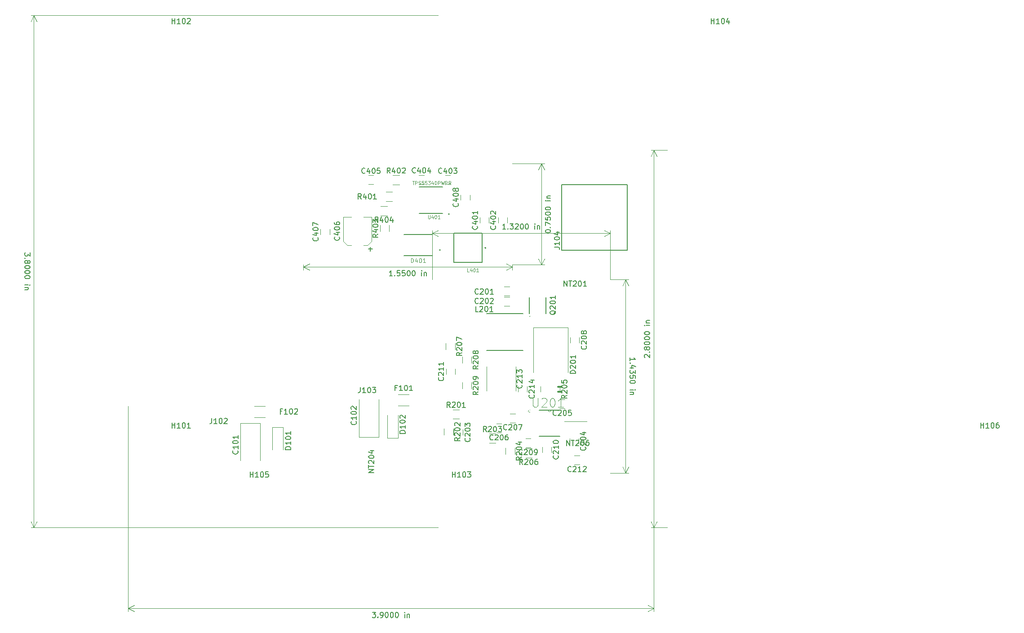
<source format=gbr>
G04 #@! TF.GenerationSoftware,KiCad,Pcbnew,(5.1.0)-1*
G04 #@! TF.CreationDate,2019-07-19T11:06:20-06:00*
G04 #@! TF.ProjectId,d4100_mod_board_full,64343130-305f-46d6-9f64-5f626f617264,rev?*
G04 #@! TF.SameCoordinates,Original*
G04 #@! TF.FileFunction,Legend,Top*
G04 #@! TF.FilePolarity,Positive*
%FSLAX46Y46*%
G04 Gerber Fmt 4.6, Leading zero omitted, Abs format (unit mm)*
G04 Created by KiCad (PCBNEW (5.1.0)-1) date 2019-07-19 11:06:20*
%MOMM*%
%LPD*%
G04 APERTURE LIST*
%ADD10C,0.150000*%
%ADD11C,0.120000*%
%ADD12C,0.300000*%
%ADD13C,0.127000*%
%ADD14C,0.200000*%
%ADD15C,0.100000*%
%ADD16C,0.152400*%
%ADD17C,0.050000*%
G04 APERTURE END LIST*
D10*
X96782380Y-160742380D02*
X97401428Y-160742380D01*
X97068095Y-161123333D01*
X97210952Y-161123333D01*
X97306190Y-161170952D01*
X97353809Y-161218571D01*
X97401428Y-161313809D01*
X97401428Y-161551904D01*
X97353809Y-161647142D01*
X97306190Y-161694761D01*
X97210952Y-161742380D01*
X96925238Y-161742380D01*
X96830000Y-161694761D01*
X96782380Y-161647142D01*
X97830000Y-161647142D02*
X97877619Y-161694761D01*
X97830000Y-161742380D01*
X97782380Y-161694761D01*
X97830000Y-161647142D01*
X97830000Y-161742380D01*
X98353809Y-161742380D02*
X98544285Y-161742380D01*
X98639523Y-161694761D01*
X98687142Y-161647142D01*
X98782380Y-161504285D01*
X98830000Y-161313809D01*
X98830000Y-160932857D01*
X98782380Y-160837619D01*
X98734761Y-160790000D01*
X98639523Y-160742380D01*
X98449047Y-160742380D01*
X98353809Y-160790000D01*
X98306190Y-160837619D01*
X98258571Y-160932857D01*
X98258571Y-161170952D01*
X98306190Y-161266190D01*
X98353809Y-161313809D01*
X98449047Y-161361428D01*
X98639523Y-161361428D01*
X98734761Y-161313809D01*
X98782380Y-161266190D01*
X98830000Y-161170952D01*
X99449047Y-160742380D02*
X99544285Y-160742380D01*
X99639523Y-160790000D01*
X99687142Y-160837619D01*
X99734761Y-160932857D01*
X99782380Y-161123333D01*
X99782380Y-161361428D01*
X99734761Y-161551904D01*
X99687142Y-161647142D01*
X99639523Y-161694761D01*
X99544285Y-161742380D01*
X99449047Y-161742380D01*
X99353809Y-161694761D01*
X99306190Y-161647142D01*
X99258571Y-161551904D01*
X99210952Y-161361428D01*
X99210952Y-161123333D01*
X99258571Y-160932857D01*
X99306190Y-160837619D01*
X99353809Y-160790000D01*
X99449047Y-160742380D01*
X100401428Y-160742380D02*
X100496666Y-160742380D01*
X100591904Y-160790000D01*
X100639523Y-160837619D01*
X100687142Y-160932857D01*
X100734761Y-161123333D01*
X100734761Y-161361428D01*
X100687142Y-161551904D01*
X100639523Y-161647142D01*
X100591904Y-161694761D01*
X100496666Y-161742380D01*
X100401428Y-161742380D01*
X100306190Y-161694761D01*
X100258571Y-161647142D01*
X100210952Y-161551904D01*
X100163333Y-161361428D01*
X100163333Y-161123333D01*
X100210952Y-160932857D01*
X100258571Y-160837619D01*
X100306190Y-160790000D01*
X100401428Y-160742380D01*
X101353809Y-160742380D02*
X101449047Y-160742380D01*
X101544285Y-160790000D01*
X101591904Y-160837619D01*
X101639523Y-160932857D01*
X101687142Y-161123333D01*
X101687142Y-161361428D01*
X101639523Y-161551904D01*
X101591904Y-161647142D01*
X101544285Y-161694761D01*
X101449047Y-161742380D01*
X101353809Y-161742380D01*
X101258571Y-161694761D01*
X101210952Y-161647142D01*
X101163333Y-161551904D01*
X101115714Y-161361428D01*
X101115714Y-161123333D01*
X101163333Y-160932857D01*
X101210952Y-160837619D01*
X101258571Y-160790000D01*
X101353809Y-160742380D01*
X102877619Y-161742380D02*
X102877619Y-161075714D01*
X102877619Y-160742380D02*
X102830000Y-160790000D01*
X102877619Y-160837619D01*
X102925238Y-160790000D01*
X102877619Y-160742380D01*
X102877619Y-160837619D01*
X103353809Y-161075714D02*
X103353809Y-161742380D01*
X103353809Y-161170952D02*
X103401428Y-161123333D01*
X103496666Y-161075714D01*
X103639523Y-161075714D01*
X103734761Y-161123333D01*
X103782380Y-161218571D01*
X103782380Y-161742380D01*
D11*
X50800000Y-160020000D02*
X149860000Y-160020000D01*
X50800000Y-121920000D02*
X50800000Y-160606421D01*
X149860000Y-121920000D02*
X149860000Y-160606421D01*
X149860000Y-160020000D02*
X148733496Y-160606421D01*
X149860000Y-160020000D02*
X148733496Y-159433579D01*
X50800000Y-160020000D02*
X51926504Y-160606421D01*
X50800000Y-160020000D02*
X51926504Y-159433579D01*
D10*
X148137619Y-112720000D02*
X148090000Y-112672380D01*
X148042380Y-112577142D01*
X148042380Y-112339047D01*
X148090000Y-112243809D01*
X148137619Y-112196190D01*
X148232857Y-112148571D01*
X148328095Y-112148571D01*
X148470952Y-112196190D01*
X149042380Y-112767619D01*
X149042380Y-112148571D01*
X148947142Y-111720000D02*
X148994761Y-111672380D01*
X149042380Y-111720000D01*
X148994761Y-111767619D01*
X148947142Y-111720000D01*
X149042380Y-111720000D01*
X148470952Y-111100952D02*
X148423333Y-111196190D01*
X148375714Y-111243809D01*
X148280476Y-111291428D01*
X148232857Y-111291428D01*
X148137619Y-111243809D01*
X148090000Y-111196190D01*
X148042380Y-111100952D01*
X148042380Y-110910476D01*
X148090000Y-110815238D01*
X148137619Y-110767619D01*
X148232857Y-110720000D01*
X148280476Y-110720000D01*
X148375714Y-110767619D01*
X148423333Y-110815238D01*
X148470952Y-110910476D01*
X148470952Y-111100952D01*
X148518571Y-111196190D01*
X148566190Y-111243809D01*
X148661428Y-111291428D01*
X148851904Y-111291428D01*
X148947142Y-111243809D01*
X148994761Y-111196190D01*
X149042380Y-111100952D01*
X149042380Y-110910476D01*
X148994761Y-110815238D01*
X148947142Y-110767619D01*
X148851904Y-110720000D01*
X148661428Y-110720000D01*
X148566190Y-110767619D01*
X148518571Y-110815238D01*
X148470952Y-110910476D01*
X148042380Y-110100952D02*
X148042380Y-110005714D01*
X148090000Y-109910476D01*
X148137619Y-109862857D01*
X148232857Y-109815238D01*
X148423333Y-109767619D01*
X148661428Y-109767619D01*
X148851904Y-109815238D01*
X148947142Y-109862857D01*
X148994761Y-109910476D01*
X149042380Y-110005714D01*
X149042380Y-110100952D01*
X148994761Y-110196190D01*
X148947142Y-110243809D01*
X148851904Y-110291428D01*
X148661428Y-110339047D01*
X148423333Y-110339047D01*
X148232857Y-110291428D01*
X148137619Y-110243809D01*
X148090000Y-110196190D01*
X148042380Y-110100952D01*
X148042380Y-109148571D02*
X148042380Y-109053333D01*
X148090000Y-108958095D01*
X148137619Y-108910476D01*
X148232857Y-108862857D01*
X148423333Y-108815238D01*
X148661428Y-108815238D01*
X148851904Y-108862857D01*
X148947142Y-108910476D01*
X148994761Y-108958095D01*
X149042380Y-109053333D01*
X149042380Y-109148571D01*
X148994761Y-109243809D01*
X148947142Y-109291428D01*
X148851904Y-109339047D01*
X148661428Y-109386666D01*
X148423333Y-109386666D01*
X148232857Y-109339047D01*
X148137619Y-109291428D01*
X148090000Y-109243809D01*
X148042380Y-109148571D01*
X148042380Y-108196190D02*
X148042380Y-108100952D01*
X148090000Y-108005714D01*
X148137619Y-107958095D01*
X148232857Y-107910476D01*
X148423333Y-107862857D01*
X148661428Y-107862857D01*
X148851904Y-107910476D01*
X148947142Y-107958095D01*
X148994761Y-108005714D01*
X149042380Y-108100952D01*
X149042380Y-108196190D01*
X148994761Y-108291428D01*
X148947142Y-108339047D01*
X148851904Y-108386666D01*
X148661428Y-108434285D01*
X148423333Y-108434285D01*
X148232857Y-108386666D01*
X148137619Y-108339047D01*
X148090000Y-108291428D01*
X148042380Y-108196190D01*
X149042380Y-106672380D02*
X148375714Y-106672380D01*
X148042380Y-106672380D02*
X148090000Y-106720000D01*
X148137619Y-106672380D01*
X148090000Y-106624761D01*
X148042380Y-106672380D01*
X148137619Y-106672380D01*
X148375714Y-106196190D02*
X149042380Y-106196190D01*
X148470952Y-106196190D02*
X148423333Y-106148571D01*
X148375714Y-106053333D01*
X148375714Y-105910476D01*
X148423333Y-105815238D01*
X148518571Y-105767619D01*
X149042380Y-105767619D01*
D11*
X149860000Y-144780000D02*
X149860000Y-73660000D01*
X152400000Y-144780000D02*
X149273579Y-144780000D01*
X152400000Y-73660000D02*
X149273579Y-73660000D01*
X149860000Y-73660000D02*
X150446421Y-74786504D01*
X149860000Y-73660000D02*
X149273579Y-74786504D01*
X149860000Y-144780000D02*
X150446421Y-143653496D01*
X149860000Y-144780000D02*
X149273579Y-143653496D01*
D10*
X121912428Y-88526880D02*
X121341000Y-88526880D01*
X121626714Y-88526880D02*
X121626714Y-87526880D01*
X121531476Y-87669738D01*
X121436238Y-87764976D01*
X121341000Y-87812595D01*
X122341000Y-88431642D02*
X122388619Y-88479261D01*
X122341000Y-88526880D01*
X122293380Y-88479261D01*
X122341000Y-88431642D01*
X122341000Y-88526880D01*
X122721952Y-87526880D02*
X123341000Y-87526880D01*
X123007666Y-87907833D01*
X123150523Y-87907833D01*
X123245761Y-87955452D01*
X123293380Y-88003071D01*
X123341000Y-88098309D01*
X123341000Y-88336404D01*
X123293380Y-88431642D01*
X123245761Y-88479261D01*
X123150523Y-88526880D01*
X122864809Y-88526880D01*
X122769571Y-88479261D01*
X122721952Y-88431642D01*
X123721952Y-87622119D02*
X123769571Y-87574500D01*
X123864809Y-87526880D01*
X124102904Y-87526880D01*
X124198142Y-87574500D01*
X124245761Y-87622119D01*
X124293380Y-87717357D01*
X124293380Y-87812595D01*
X124245761Y-87955452D01*
X123674333Y-88526880D01*
X124293380Y-88526880D01*
X124912428Y-87526880D02*
X125007666Y-87526880D01*
X125102904Y-87574500D01*
X125150523Y-87622119D01*
X125198142Y-87717357D01*
X125245761Y-87907833D01*
X125245761Y-88145928D01*
X125198142Y-88336404D01*
X125150523Y-88431642D01*
X125102904Y-88479261D01*
X125007666Y-88526880D01*
X124912428Y-88526880D01*
X124817190Y-88479261D01*
X124769571Y-88431642D01*
X124721952Y-88336404D01*
X124674333Y-88145928D01*
X124674333Y-87907833D01*
X124721952Y-87717357D01*
X124769571Y-87622119D01*
X124817190Y-87574500D01*
X124912428Y-87526880D01*
X125864809Y-87526880D02*
X125960047Y-87526880D01*
X126055285Y-87574500D01*
X126102904Y-87622119D01*
X126150523Y-87717357D01*
X126198142Y-87907833D01*
X126198142Y-88145928D01*
X126150523Y-88336404D01*
X126102904Y-88431642D01*
X126055285Y-88479261D01*
X125960047Y-88526880D01*
X125864809Y-88526880D01*
X125769571Y-88479261D01*
X125721952Y-88431642D01*
X125674333Y-88336404D01*
X125626714Y-88145928D01*
X125626714Y-87907833D01*
X125674333Y-87717357D01*
X125721952Y-87622119D01*
X125769571Y-87574500D01*
X125864809Y-87526880D01*
X127388619Y-88526880D02*
X127388619Y-87860214D01*
X127388619Y-87526880D02*
X127341000Y-87574500D01*
X127388619Y-87622119D01*
X127436238Y-87574500D01*
X127388619Y-87526880D01*
X127388619Y-87622119D01*
X127864809Y-87860214D02*
X127864809Y-88526880D01*
X127864809Y-87955452D02*
X127912428Y-87907833D01*
X128007666Y-87860214D01*
X128150523Y-87860214D01*
X128245761Y-87907833D01*
X128293380Y-88003071D01*
X128293380Y-88526880D01*
D11*
X108077000Y-89344500D02*
X141605000Y-89344500D01*
X108077000Y-98044000D02*
X108077000Y-88758079D01*
X141605000Y-98044000D02*
X141605000Y-88758079D01*
X141605000Y-89344500D02*
X140478496Y-89930921D01*
X141605000Y-89344500D02*
X140478496Y-88758079D01*
X108077000Y-89344500D02*
X109203504Y-89930921D01*
X108077000Y-89344500D02*
X109203504Y-88758079D01*
D10*
X145343619Y-113339928D02*
X145343619Y-112768500D01*
X145343619Y-113054214D02*
X146343619Y-113054214D01*
X146200761Y-112958976D01*
X146105523Y-112863738D01*
X146057904Y-112768500D01*
X145438857Y-113768500D02*
X145391238Y-113816119D01*
X145343619Y-113768500D01*
X145391238Y-113720880D01*
X145438857Y-113768500D01*
X145343619Y-113768500D01*
X146010285Y-114673261D02*
X145343619Y-114673261D01*
X146391238Y-114435166D02*
X145676952Y-114197071D01*
X145676952Y-114816119D01*
X146343619Y-115101833D02*
X146343619Y-115720880D01*
X145962666Y-115387547D01*
X145962666Y-115530404D01*
X145915047Y-115625642D01*
X145867428Y-115673261D01*
X145772190Y-115720880D01*
X145534095Y-115720880D01*
X145438857Y-115673261D01*
X145391238Y-115625642D01*
X145343619Y-115530404D01*
X145343619Y-115244690D01*
X145391238Y-115149452D01*
X145438857Y-115101833D01*
X146343619Y-116625642D02*
X146343619Y-116149452D01*
X145867428Y-116101833D01*
X145915047Y-116149452D01*
X145962666Y-116244690D01*
X145962666Y-116482785D01*
X145915047Y-116578023D01*
X145867428Y-116625642D01*
X145772190Y-116673261D01*
X145534095Y-116673261D01*
X145438857Y-116625642D01*
X145391238Y-116578023D01*
X145343619Y-116482785D01*
X145343619Y-116244690D01*
X145391238Y-116149452D01*
X145438857Y-116101833D01*
X146343619Y-117292309D02*
X146343619Y-117387547D01*
X146296000Y-117482785D01*
X146248380Y-117530404D01*
X146153142Y-117578023D01*
X145962666Y-117625642D01*
X145724571Y-117625642D01*
X145534095Y-117578023D01*
X145438857Y-117530404D01*
X145391238Y-117482785D01*
X145343619Y-117387547D01*
X145343619Y-117292309D01*
X145391238Y-117197071D01*
X145438857Y-117149452D01*
X145534095Y-117101833D01*
X145724571Y-117054214D01*
X145962666Y-117054214D01*
X146153142Y-117101833D01*
X146248380Y-117149452D01*
X146296000Y-117197071D01*
X146343619Y-117292309D01*
X145343619Y-118816119D02*
X146010285Y-118816119D01*
X146343619Y-118816119D02*
X146296000Y-118768500D01*
X146248380Y-118816119D01*
X146296000Y-118863738D01*
X146343619Y-118816119D01*
X146248380Y-118816119D01*
X146010285Y-119292309D02*
X145343619Y-119292309D01*
X145915047Y-119292309D02*
X145962666Y-119339928D01*
X146010285Y-119435166D01*
X146010285Y-119578023D01*
X145962666Y-119673261D01*
X145867428Y-119720880D01*
X145343619Y-119720880D01*
D11*
X144526000Y-98044000D02*
X144526000Y-134493000D01*
X141605000Y-98044000D02*
X145112421Y-98044000D01*
X141605000Y-134493000D02*
X145112421Y-134493000D01*
X144526000Y-134493000D02*
X143939579Y-133366496D01*
X144526000Y-134493000D02*
X145112421Y-133366496D01*
X144526000Y-98044000D02*
X143939579Y-99170504D01*
X144526000Y-98044000D02*
X145112421Y-99170504D01*
D10*
X100576428Y-97353380D02*
X100005000Y-97353380D01*
X100290714Y-97353380D02*
X100290714Y-96353380D01*
X100195476Y-96496238D01*
X100100238Y-96591476D01*
X100005000Y-96639095D01*
X101005000Y-97258142D02*
X101052619Y-97305761D01*
X101005000Y-97353380D01*
X100957380Y-97305761D01*
X101005000Y-97258142D01*
X101005000Y-97353380D01*
X101957380Y-96353380D02*
X101481190Y-96353380D01*
X101433571Y-96829571D01*
X101481190Y-96781952D01*
X101576428Y-96734333D01*
X101814523Y-96734333D01*
X101909761Y-96781952D01*
X101957380Y-96829571D01*
X102005000Y-96924809D01*
X102005000Y-97162904D01*
X101957380Y-97258142D01*
X101909761Y-97305761D01*
X101814523Y-97353380D01*
X101576428Y-97353380D01*
X101481190Y-97305761D01*
X101433571Y-97258142D01*
X102909761Y-96353380D02*
X102433571Y-96353380D01*
X102385952Y-96829571D01*
X102433571Y-96781952D01*
X102528809Y-96734333D01*
X102766904Y-96734333D01*
X102862142Y-96781952D01*
X102909761Y-96829571D01*
X102957380Y-96924809D01*
X102957380Y-97162904D01*
X102909761Y-97258142D01*
X102862142Y-97305761D01*
X102766904Y-97353380D01*
X102528809Y-97353380D01*
X102433571Y-97305761D01*
X102385952Y-97258142D01*
X103576428Y-96353380D02*
X103671666Y-96353380D01*
X103766904Y-96401000D01*
X103814523Y-96448619D01*
X103862142Y-96543857D01*
X103909761Y-96734333D01*
X103909761Y-96972428D01*
X103862142Y-97162904D01*
X103814523Y-97258142D01*
X103766904Y-97305761D01*
X103671666Y-97353380D01*
X103576428Y-97353380D01*
X103481190Y-97305761D01*
X103433571Y-97258142D01*
X103385952Y-97162904D01*
X103338333Y-96972428D01*
X103338333Y-96734333D01*
X103385952Y-96543857D01*
X103433571Y-96448619D01*
X103481190Y-96401000D01*
X103576428Y-96353380D01*
X104528809Y-96353380D02*
X104624047Y-96353380D01*
X104719285Y-96401000D01*
X104766904Y-96448619D01*
X104814523Y-96543857D01*
X104862142Y-96734333D01*
X104862142Y-96972428D01*
X104814523Y-97162904D01*
X104766904Y-97258142D01*
X104719285Y-97305761D01*
X104624047Y-97353380D01*
X104528809Y-97353380D01*
X104433571Y-97305761D01*
X104385952Y-97258142D01*
X104338333Y-97162904D01*
X104290714Y-96972428D01*
X104290714Y-96734333D01*
X104338333Y-96543857D01*
X104385952Y-96448619D01*
X104433571Y-96401000D01*
X104528809Y-96353380D01*
X106052619Y-97353380D02*
X106052619Y-96686714D01*
X106052619Y-96353380D02*
X106005000Y-96401000D01*
X106052619Y-96448619D01*
X106100238Y-96401000D01*
X106052619Y-96353380D01*
X106052619Y-96448619D01*
X106528809Y-96686714D02*
X106528809Y-97353380D01*
X106528809Y-96781952D02*
X106576428Y-96734333D01*
X106671666Y-96686714D01*
X106814523Y-96686714D01*
X106909761Y-96734333D01*
X106957380Y-96829571D01*
X106957380Y-97353380D01*
D11*
X123190000Y-95631000D02*
X83820000Y-95631000D01*
X123190000Y-95250000D02*
X123190000Y-96217421D01*
X83820000Y-95250000D02*
X83820000Y-96217421D01*
X83820000Y-95631000D02*
X84946504Y-95044579D01*
X83820000Y-95631000D02*
X84946504Y-96217421D01*
X123190000Y-95631000D02*
X122063496Y-95044579D01*
X123190000Y-95631000D02*
X122063496Y-96217421D01*
D10*
X129373380Y-88986904D02*
X129373380Y-88891666D01*
X129421000Y-88796428D01*
X129468619Y-88748809D01*
X129563857Y-88701190D01*
X129754333Y-88653571D01*
X129992428Y-88653571D01*
X130182904Y-88701190D01*
X130278142Y-88748809D01*
X130325761Y-88796428D01*
X130373380Y-88891666D01*
X130373380Y-88986904D01*
X130325761Y-89082142D01*
X130278142Y-89129761D01*
X130182904Y-89177380D01*
X129992428Y-89225000D01*
X129754333Y-89225000D01*
X129563857Y-89177380D01*
X129468619Y-89129761D01*
X129421000Y-89082142D01*
X129373380Y-88986904D01*
X130278142Y-88225000D02*
X130325761Y-88177380D01*
X130373380Y-88225000D01*
X130325761Y-88272619D01*
X130278142Y-88225000D01*
X130373380Y-88225000D01*
X129373380Y-87844047D02*
X129373380Y-87177380D01*
X130373380Y-87605952D01*
X129373380Y-86320238D02*
X129373380Y-86796428D01*
X129849571Y-86844047D01*
X129801952Y-86796428D01*
X129754333Y-86701190D01*
X129754333Y-86463095D01*
X129801952Y-86367857D01*
X129849571Y-86320238D01*
X129944809Y-86272619D01*
X130182904Y-86272619D01*
X130278142Y-86320238D01*
X130325761Y-86367857D01*
X130373380Y-86463095D01*
X130373380Y-86701190D01*
X130325761Y-86796428D01*
X130278142Y-86844047D01*
X129373380Y-85653571D02*
X129373380Y-85558333D01*
X129421000Y-85463095D01*
X129468619Y-85415476D01*
X129563857Y-85367857D01*
X129754333Y-85320238D01*
X129992428Y-85320238D01*
X130182904Y-85367857D01*
X130278142Y-85415476D01*
X130325761Y-85463095D01*
X130373380Y-85558333D01*
X130373380Y-85653571D01*
X130325761Y-85748809D01*
X130278142Y-85796428D01*
X130182904Y-85844047D01*
X129992428Y-85891666D01*
X129754333Y-85891666D01*
X129563857Y-85844047D01*
X129468619Y-85796428D01*
X129421000Y-85748809D01*
X129373380Y-85653571D01*
X129373380Y-84701190D02*
X129373380Y-84605952D01*
X129421000Y-84510714D01*
X129468619Y-84463095D01*
X129563857Y-84415476D01*
X129754333Y-84367857D01*
X129992428Y-84367857D01*
X130182904Y-84415476D01*
X130278142Y-84463095D01*
X130325761Y-84510714D01*
X130373380Y-84605952D01*
X130373380Y-84701190D01*
X130325761Y-84796428D01*
X130278142Y-84844047D01*
X130182904Y-84891666D01*
X129992428Y-84939285D01*
X129754333Y-84939285D01*
X129563857Y-84891666D01*
X129468619Y-84844047D01*
X129421000Y-84796428D01*
X129373380Y-84701190D01*
X130373380Y-83177380D02*
X129706714Y-83177380D01*
X129373380Y-83177380D02*
X129421000Y-83225000D01*
X129468619Y-83177380D01*
X129421000Y-83129761D01*
X129373380Y-83177380D01*
X129468619Y-83177380D01*
X129706714Y-82701190D02*
X130373380Y-82701190D01*
X129801952Y-82701190D02*
X129754333Y-82653571D01*
X129706714Y-82558333D01*
X129706714Y-82415476D01*
X129754333Y-82320238D01*
X129849571Y-82272619D01*
X130373380Y-82272619D01*
D11*
X128651000Y-95250000D02*
X128651000Y-76200000D01*
X123190000Y-95250000D02*
X129237421Y-95250000D01*
X123190000Y-76200000D02*
X129237421Y-76200000D01*
X128651000Y-76200000D02*
X129237421Y-77326504D01*
X128651000Y-76200000D02*
X128064579Y-77326504D01*
X128651000Y-95250000D02*
X129237421Y-94123496D01*
X128651000Y-95250000D02*
X128064579Y-94123496D01*
D10*
X32297619Y-92972380D02*
X32297619Y-93591428D01*
X31916666Y-93258095D01*
X31916666Y-93400952D01*
X31869047Y-93496190D01*
X31821428Y-93543809D01*
X31726190Y-93591428D01*
X31488095Y-93591428D01*
X31392857Y-93543809D01*
X31345238Y-93496190D01*
X31297619Y-93400952D01*
X31297619Y-93115238D01*
X31345238Y-93020000D01*
X31392857Y-92972380D01*
X31392857Y-94020000D02*
X31345238Y-94067619D01*
X31297619Y-94020000D01*
X31345238Y-93972380D01*
X31392857Y-94020000D01*
X31297619Y-94020000D01*
X31869047Y-94639047D02*
X31916666Y-94543809D01*
X31964285Y-94496190D01*
X32059523Y-94448571D01*
X32107142Y-94448571D01*
X32202380Y-94496190D01*
X32250000Y-94543809D01*
X32297619Y-94639047D01*
X32297619Y-94829523D01*
X32250000Y-94924761D01*
X32202380Y-94972380D01*
X32107142Y-95020000D01*
X32059523Y-95020000D01*
X31964285Y-94972380D01*
X31916666Y-94924761D01*
X31869047Y-94829523D01*
X31869047Y-94639047D01*
X31821428Y-94543809D01*
X31773809Y-94496190D01*
X31678571Y-94448571D01*
X31488095Y-94448571D01*
X31392857Y-94496190D01*
X31345238Y-94543809D01*
X31297619Y-94639047D01*
X31297619Y-94829523D01*
X31345238Y-94924761D01*
X31392857Y-94972380D01*
X31488095Y-95020000D01*
X31678571Y-95020000D01*
X31773809Y-94972380D01*
X31821428Y-94924761D01*
X31869047Y-94829523D01*
X32297619Y-95639047D02*
X32297619Y-95734285D01*
X32250000Y-95829523D01*
X32202380Y-95877142D01*
X32107142Y-95924761D01*
X31916666Y-95972380D01*
X31678571Y-95972380D01*
X31488095Y-95924761D01*
X31392857Y-95877142D01*
X31345238Y-95829523D01*
X31297619Y-95734285D01*
X31297619Y-95639047D01*
X31345238Y-95543809D01*
X31392857Y-95496190D01*
X31488095Y-95448571D01*
X31678571Y-95400952D01*
X31916666Y-95400952D01*
X32107142Y-95448571D01*
X32202380Y-95496190D01*
X32250000Y-95543809D01*
X32297619Y-95639047D01*
X32297619Y-96591428D02*
X32297619Y-96686666D01*
X32250000Y-96781904D01*
X32202380Y-96829523D01*
X32107142Y-96877142D01*
X31916666Y-96924761D01*
X31678571Y-96924761D01*
X31488095Y-96877142D01*
X31392857Y-96829523D01*
X31345238Y-96781904D01*
X31297619Y-96686666D01*
X31297619Y-96591428D01*
X31345238Y-96496190D01*
X31392857Y-96448571D01*
X31488095Y-96400952D01*
X31678571Y-96353333D01*
X31916666Y-96353333D01*
X32107142Y-96400952D01*
X32202380Y-96448571D01*
X32250000Y-96496190D01*
X32297619Y-96591428D01*
X32297619Y-97543809D02*
X32297619Y-97639047D01*
X32250000Y-97734285D01*
X32202380Y-97781904D01*
X32107142Y-97829523D01*
X31916666Y-97877142D01*
X31678571Y-97877142D01*
X31488095Y-97829523D01*
X31392857Y-97781904D01*
X31345238Y-97734285D01*
X31297619Y-97639047D01*
X31297619Y-97543809D01*
X31345238Y-97448571D01*
X31392857Y-97400952D01*
X31488095Y-97353333D01*
X31678571Y-97305714D01*
X31916666Y-97305714D01*
X32107142Y-97353333D01*
X32202380Y-97400952D01*
X32250000Y-97448571D01*
X32297619Y-97543809D01*
X31297619Y-99067619D02*
X31964285Y-99067619D01*
X32297619Y-99067619D02*
X32250000Y-99020000D01*
X32202380Y-99067619D01*
X32250000Y-99115238D01*
X32297619Y-99067619D01*
X32202380Y-99067619D01*
X31964285Y-99543809D02*
X31297619Y-99543809D01*
X31869047Y-99543809D02*
X31916666Y-99591428D01*
X31964285Y-99686666D01*
X31964285Y-99829523D01*
X31916666Y-99924761D01*
X31821428Y-99972380D01*
X31297619Y-99972380D01*
D11*
X33020000Y-48260000D02*
X33020000Y-144780000D01*
X109220000Y-48260000D02*
X32433579Y-48260000D01*
X109220000Y-144780000D02*
X32433579Y-144780000D01*
X33020000Y-144780000D02*
X32433579Y-143653496D01*
X33020000Y-144780000D02*
X33606421Y-143653496D01*
X33020000Y-48260000D02*
X32433579Y-49386504D01*
X33020000Y-48260000D02*
X33606421Y-49386504D01*
X137185400Y-124790200D02*
X132943600Y-124790200D01*
D12*
X132467400Y-118224800D02*
X131747400Y-118224800D01*
X132467400Y-119204800D02*
X131747400Y-119204800D01*
D13*
X110011000Y-80558000D02*
X105611000Y-80558000D01*
X110011000Y-85558000D02*
X105611000Y-85558000D01*
D14*
X111321000Y-85698000D02*
G75*
G03X111321000Y-85698000I-100000J0D01*
G01*
D13*
X126489800Y-104946200D02*
G75*
G03X126489800Y-104946200I-50000J0D01*
G01*
X129514800Y-101446200D02*
X129514800Y-104446200D01*
X126364800Y-104446200D02*
X126364800Y-101446200D01*
D11*
X112378380Y-110069080D02*
X112378380Y-111269080D01*
X110618380Y-111269080D02*
X110618380Y-110069080D01*
X112373780Y-115871880D02*
X112373780Y-114871880D01*
X110673780Y-114871880D02*
X110673780Y-115871880D01*
X133628200Y-107125100D02*
X133628200Y-115525100D01*
X127128200Y-107125100D02*
X127128200Y-115525100D01*
X127128200Y-107125100D02*
X133628200Y-107125100D01*
X132092720Y-118208840D02*
X132092720Y-119208840D01*
X128492720Y-119208840D02*
X128492720Y-118208840D01*
D10*
X118317600Y-111400000D02*
X125217600Y-111400000D01*
X118317600Y-104500000D02*
X125217600Y-104500000D01*
D11*
X118326400Y-114463800D02*
X118326400Y-119063800D01*
X123786400Y-119063800D02*
X123786400Y-114463800D01*
X122623200Y-99353000D02*
X121623200Y-99353000D01*
X121623200Y-101053000D02*
X122623200Y-101053000D01*
X115150000Y-83070000D02*
X115150000Y-82070000D01*
X113450000Y-82070000D02*
X113450000Y-83070000D01*
D13*
X108095000Y-93552000D02*
X102725000Y-93552000D01*
X102725000Y-89582000D02*
X108095000Y-89582000D01*
D14*
X109610000Y-92467000D02*
G75*
G03X109610000Y-92467000I-100000J0D01*
G01*
D13*
X112164000Y-94815000D02*
X117444000Y-94815000D01*
X112164000Y-89335000D02*
X112164000Y-94815000D01*
X117444000Y-89335000D02*
X112164000Y-89335000D01*
X117444000Y-94815000D02*
X117444000Y-89335000D01*
D14*
X118204000Y-92075000D02*
G75*
G03X118204000Y-92075000I-100000J0D01*
G01*
D15*
X130479800Y-122631200D02*
G75*
G02X129870200Y-122631200I-304800J0D01*
G01*
X126491997Y-123037601D02*
G75*
G02X126492000Y-122656600I-99167J190501D01*
G01*
D16*
X129870200Y-122631200D02*
X128244600Y-122631200D01*
X130479800Y-122631200D02*
X129870200Y-122631200D01*
X132105400Y-122631200D02*
X130479800Y-122631200D01*
X128244600Y-127609600D02*
X132105400Y-127609600D01*
D11*
X99580000Y-85970000D02*
X98380000Y-85970000D01*
X98380000Y-84210000D02*
X99580000Y-84210000D01*
X98230800Y-88992000D02*
X98230800Y-87792000D01*
X99990800Y-87792000D02*
X99990800Y-88992000D01*
X100666000Y-78368000D02*
X101866000Y-78368000D01*
X101866000Y-80128000D02*
X100666000Y-80128000D01*
X100556000Y-83303000D02*
X99356000Y-83303000D01*
X99356000Y-81543000D02*
X100556000Y-81543000D01*
X96650000Y-90810000D02*
X96650000Y-86230000D01*
X95890000Y-91570000D02*
X96650000Y-90810000D01*
X91310000Y-90810000D02*
X92070000Y-91570000D01*
X91310000Y-86230000D02*
X91310000Y-90810000D01*
X92070000Y-91570000D02*
X92860000Y-91570000D01*
X95890000Y-91570000D02*
X95100000Y-91570000D01*
X91310000Y-86230000D02*
X92860000Y-86230000D01*
X96650000Y-86230000D02*
X95100000Y-86230000D01*
X97020000Y-78398000D02*
X96020000Y-78398000D01*
X96020000Y-80098000D02*
X97020000Y-80098000D01*
X105545000Y-80098000D02*
X106545000Y-80098000D01*
X106545000Y-78398000D02*
X105545000Y-78398000D01*
X111498000Y-78398000D02*
X110498000Y-78398000D01*
X110498000Y-80098000D02*
X111498000Y-80098000D01*
X118769500Y-87355300D02*
X118769500Y-86355300D01*
X117069500Y-86355300D02*
X117069500Y-87355300D01*
X115477180Y-117438880D02*
X115477180Y-118638880D01*
X113717180Y-118638880D02*
X113717180Y-117438880D01*
X115477180Y-112587480D02*
X115477180Y-113787480D01*
X113717180Y-113787480D02*
X113717180Y-112587480D01*
X126852700Y-131628600D02*
X125652700Y-131628600D01*
X125652700Y-129868600D02*
X126852700Y-129868600D01*
X123637400Y-129754800D02*
X123637400Y-130954800D01*
X121877400Y-130954800D02*
X121877400Y-129754800D01*
X118801600Y-127085200D02*
X120001600Y-127085200D01*
X120001600Y-128845200D02*
X118801600Y-128845200D01*
X112027860Y-126148540D02*
X112027860Y-127348540D01*
X110267860Y-127348540D02*
X110267860Y-126148540D01*
X113186760Y-124311300D02*
X111986760Y-124311300D01*
X111986760Y-122551300D02*
X113186760Y-122551300D01*
D10*
X144820000Y-92560000D02*
X144820000Y-80160000D01*
X132420000Y-92560000D02*
X144820000Y-92560000D01*
X132420000Y-80160000D02*
X132420000Y-92560000D01*
X144820000Y-80160000D02*
X132420000Y-80160000D01*
D11*
X101674000Y-119709540D02*
X103674000Y-119709540D01*
X103674000Y-121849540D02*
X101674000Y-121849540D01*
X76590400Y-124006000D02*
X74590400Y-124006000D01*
X74590400Y-121866000D02*
X76590400Y-121866000D01*
X101601780Y-127878680D02*
X101601780Y-123578680D01*
X99601780Y-127878680D02*
X101601780Y-127878680D01*
X99601780Y-123578680D02*
X99601780Y-127878680D01*
X77968600Y-125847000D02*
X77968600Y-130147000D01*
X79968600Y-125847000D02*
X77968600Y-125847000D01*
X79968600Y-130147000D02*
X79968600Y-125847000D01*
X88734000Y-89527000D02*
X88734000Y-88527000D01*
X87034000Y-88527000D02*
X87034000Y-89527000D01*
X122198500Y-87355300D02*
X122198500Y-86355300D01*
X120498500Y-86355300D02*
X120498500Y-87355300D01*
X124270400Y-118168800D02*
X124270400Y-119168800D01*
X125970400Y-119168800D02*
X125970400Y-118168800D01*
X135856600Y-131204600D02*
X134856600Y-131204600D01*
X134856600Y-132904600D02*
X135856600Y-132904600D01*
X128797400Y-129614800D02*
X128797400Y-130614800D01*
X130497400Y-130614800D02*
X130497400Y-129614800D01*
X126651900Y-128010000D02*
X125651900Y-128010000D01*
X125651900Y-129710000D02*
X126651900Y-129710000D01*
X134100200Y-108943200D02*
X134100200Y-109943200D01*
X135800200Y-109943200D02*
X135800200Y-108943200D01*
X123747400Y-123304800D02*
X122747400Y-123304800D01*
X122747400Y-125004800D02*
X123747400Y-125004800D01*
X121150000Y-125235600D02*
X120150000Y-125235600D01*
X120150000Y-126935600D02*
X121150000Y-126935600D01*
X133057400Y-120604800D02*
X132057400Y-120604800D01*
X132057400Y-122304800D02*
X133057400Y-122304800D01*
X133947800Y-127998600D02*
X133947800Y-128998600D01*
X135647800Y-128998600D02*
X135647800Y-127998600D01*
X112173960Y-126325740D02*
X112173960Y-127325740D01*
X113873960Y-127325740D02*
X113873960Y-126325740D01*
X122610500Y-101321500D02*
X121610500Y-101321500D01*
X121610500Y-103021500D02*
X122610500Y-103021500D01*
X94271220Y-127767520D02*
X97971220Y-127767520D01*
X97971220Y-127767520D02*
X97971220Y-120667520D01*
X94271220Y-127767520D02*
X94271220Y-120667520D01*
X75611600Y-125084400D02*
X71911600Y-125084400D01*
X71911600Y-125084400D02*
X71911600Y-132184400D01*
X75611600Y-125084400D02*
X75611600Y-132184400D01*
D17*
X107287408Y-85918554D02*
X107287408Y-86437491D01*
X107317933Y-86498542D01*
X107348459Y-86529068D01*
X107409510Y-86559593D01*
X107531613Y-86559593D01*
X107592664Y-86529068D01*
X107623190Y-86498542D01*
X107653716Y-86437491D01*
X107653716Y-85918554D01*
X108233703Y-86132234D02*
X108233703Y-86559593D01*
X108081075Y-85888029D02*
X107928447Y-86345914D01*
X108325280Y-86345914D01*
X108691588Y-85918554D02*
X108752640Y-85918554D01*
X108813691Y-85949080D01*
X108844217Y-85979606D01*
X108874742Y-86040657D01*
X108905268Y-86162760D01*
X108905268Y-86315388D01*
X108874742Y-86437491D01*
X108844217Y-86498542D01*
X108813691Y-86529068D01*
X108752640Y-86559593D01*
X108691588Y-86559593D01*
X108630537Y-86529068D01*
X108600011Y-86498542D01*
X108569486Y-86437491D01*
X108538960Y-86315388D01*
X108538960Y-86162760D01*
X108569486Y-86040657D01*
X108600011Y-85979606D01*
X108630537Y-85949080D01*
X108691588Y-85918554D01*
X109515781Y-86559593D02*
X109149473Y-86559593D01*
X109332627Y-86559593D02*
X109332627Y-85918554D01*
X109271576Y-86010131D01*
X109210525Y-86071183D01*
X109149473Y-86101708D01*
X104315235Y-79507199D02*
X104681643Y-79507199D01*
X104498439Y-80148413D02*
X104498439Y-79507199D01*
X104895381Y-80148413D02*
X104895381Y-79507199D01*
X105139653Y-79507199D01*
X105200721Y-79537733D01*
X105231255Y-79568267D01*
X105261789Y-79629335D01*
X105261789Y-79720937D01*
X105231255Y-79782005D01*
X105200721Y-79812539D01*
X105139653Y-79843073D01*
X104895381Y-79843073D01*
X105506061Y-80117879D02*
X105597663Y-80148413D01*
X105750333Y-80148413D01*
X105811401Y-80117879D01*
X105841935Y-80087345D01*
X105872469Y-80026277D01*
X105872469Y-79965209D01*
X105841935Y-79904141D01*
X105811401Y-79873607D01*
X105750333Y-79843073D01*
X105628197Y-79812539D01*
X105567129Y-79782005D01*
X105536595Y-79751471D01*
X105506061Y-79690403D01*
X105506061Y-79629335D01*
X105536595Y-79568267D01*
X105567129Y-79537733D01*
X105628197Y-79507199D01*
X105780867Y-79507199D01*
X105872469Y-79537733D01*
X106452615Y-79507199D02*
X106147275Y-79507199D01*
X106116741Y-79812539D01*
X106147275Y-79782005D01*
X106208343Y-79751471D01*
X106361013Y-79751471D01*
X106422081Y-79782005D01*
X106452615Y-79812539D01*
X106483149Y-79873607D01*
X106483149Y-80026277D01*
X106452615Y-80087345D01*
X106422081Y-80117879D01*
X106361013Y-80148413D01*
X106208343Y-80148413D01*
X106147275Y-80117879D01*
X106116741Y-80087345D01*
X107063295Y-79507199D02*
X106757955Y-79507199D01*
X106727421Y-79812539D01*
X106757955Y-79782005D01*
X106819023Y-79751471D01*
X106971693Y-79751471D01*
X107032761Y-79782005D01*
X107063295Y-79812539D01*
X107093829Y-79873607D01*
X107093829Y-80026277D01*
X107063295Y-80087345D01*
X107032761Y-80117879D01*
X106971693Y-80148413D01*
X106819023Y-80148413D01*
X106757955Y-80117879D01*
X106727421Y-80087345D01*
X107307567Y-79507199D02*
X107704509Y-79507199D01*
X107490771Y-79751471D01*
X107582373Y-79751471D01*
X107643441Y-79782005D01*
X107673975Y-79812539D01*
X107704509Y-79873607D01*
X107704509Y-80026277D01*
X107673975Y-80087345D01*
X107643441Y-80117879D01*
X107582373Y-80148413D01*
X107399169Y-80148413D01*
X107338101Y-80117879D01*
X107307567Y-80087345D01*
X108254121Y-79720937D02*
X108254121Y-80148413D01*
X108101451Y-79476665D02*
X107948781Y-79934675D01*
X108345723Y-79934675D01*
X108712131Y-79507199D02*
X108773199Y-79507199D01*
X108834267Y-79537733D01*
X108864801Y-79568267D01*
X108895335Y-79629335D01*
X108925869Y-79751471D01*
X108925869Y-79904141D01*
X108895335Y-80026277D01*
X108864801Y-80087345D01*
X108834267Y-80117879D01*
X108773199Y-80148413D01*
X108712131Y-80148413D01*
X108651063Y-80117879D01*
X108620529Y-80087345D01*
X108589995Y-80026277D01*
X108559461Y-79904141D01*
X108559461Y-79751471D01*
X108589995Y-79629335D01*
X108620529Y-79568267D01*
X108651063Y-79537733D01*
X108712131Y-79507199D01*
X109200675Y-80148413D02*
X109200675Y-79507199D01*
X109444947Y-79507199D01*
X109506015Y-79537733D01*
X109536549Y-79568267D01*
X109567083Y-79629335D01*
X109567083Y-79720937D01*
X109536549Y-79782005D01*
X109506015Y-79812539D01*
X109444947Y-79843073D01*
X109200675Y-79843073D01*
X109780821Y-79507199D02*
X109933491Y-80148413D01*
X110055627Y-79690403D01*
X110177763Y-80148413D01*
X110330433Y-79507199D01*
X110574705Y-80148413D02*
X110574705Y-79507199D01*
X110818977Y-79507199D01*
X110880045Y-79537733D01*
X110910579Y-79568267D01*
X110941113Y-79629335D01*
X110941113Y-79720937D01*
X110910579Y-79782005D01*
X110880045Y-79812539D01*
X110818977Y-79843073D01*
X110574705Y-79843073D01*
X111582327Y-80148413D02*
X111368589Y-79843073D01*
X111215919Y-80148413D02*
X111215919Y-79507199D01*
X111460191Y-79507199D01*
X111521259Y-79537733D01*
X111551793Y-79568267D01*
X111582327Y-79629335D01*
X111582327Y-79720937D01*
X111551793Y-79782005D01*
X111521259Y-79812539D01*
X111460191Y-79843073D01*
X111215919Y-79843073D01*
D10*
X131357619Y-103917619D02*
X131310000Y-104012857D01*
X131214761Y-104108095D01*
X131071904Y-104250952D01*
X131024285Y-104346190D01*
X131024285Y-104441428D01*
X131262380Y-104393809D02*
X131214761Y-104489047D01*
X131119523Y-104584285D01*
X130929047Y-104631904D01*
X130595714Y-104631904D01*
X130405238Y-104584285D01*
X130310000Y-104489047D01*
X130262380Y-104393809D01*
X130262380Y-104203333D01*
X130310000Y-104108095D01*
X130405238Y-104012857D01*
X130595714Y-103965238D01*
X130929047Y-103965238D01*
X131119523Y-104012857D01*
X131214761Y-104108095D01*
X131262380Y-104203333D01*
X131262380Y-104393809D01*
X130357619Y-103584285D02*
X130310000Y-103536666D01*
X130262380Y-103441428D01*
X130262380Y-103203333D01*
X130310000Y-103108095D01*
X130357619Y-103060476D01*
X130452857Y-103012857D01*
X130548095Y-103012857D01*
X130690952Y-103060476D01*
X131262380Y-103631904D01*
X131262380Y-103012857D01*
X130262380Y-102393809D02*
X130262380Y-102298571D01*
X130310000Y-102203333D01*
X130357619Y-102155714D01*
X130452857Y-102108095D01*
X130643333Y-102060476D01*
X130881428Y-102060476D01*
X131071904Y-102108095D01*
X131167142Y-102155714D01*
X131214761Y-102203333D01*
X131262380Y-102298571D01*
X131262380Y-102393809D01*
X131214761Y-102489047D01*
X131167142Y-102536666D01*
X131071904Y-102584285D01*
X130881428Y-102631904D01*
X130643333Y-102631904D01*
X130452857Y-102584285D01*
X130357619Y-102536666D01*
X130310000Y-102489047D01*
X130262380Y-102393809D01*
X131262380Y-101108095D02*
X131262380Y-101679523D01*
X131262380Y-101393809D02*
X130262380Y-101393809D01*
X130405238Y-101489047D01*
X130500476Y-101584285D01*
X130548095Y-101679523D01*
X133373121Y-129311660D02*
X133373121Y-128311660D01*
X133944550Y-129311660D01*
X133944550Y-128311660D01*
X134277883Y-128311660D02*
X134849312Y-128311660D01*
X134563598Y-129311660D02*
X134563598Y-128311660D01*
X135135026Y-128406899D02*
X135182645Y-128359280D01*
X135277883Y-128311660D01*
X135515979Y-128311660D01*
X135611217Y-128359280D01*
X135658836Y-128406899D01*
X135706455Y-128502137D01*
X135706455Y-128597375D01*
X135658836Y-128740232D01*
X135087407Y-129311660D01*
X135706455Y-129311660D01*
X136325502Y-128311660D02*
X136420740Y-128311660D01*
X136515979Y-128359280D01*
X136563598Y-128406899D01*
X136611217Y-128502137D01*
X136658836Y-128692613D01*
X136658836Y-128930708D01*
X136611217Y-129121184D01*
X136563598Y-129216422D01*
X136515979Y-129264041D01*
X136420740Y-129311660D01*
X136325502Y-129311660D01*
X136230264Y-129264041D01*
X136182645Y-129216422D01*
X136135026Y-129121184D01*
X136087407Y-128930708D01*
X136087407Y-128692613D01*
X136135026Y-128502137D01*
X136182645Y-128406899D01*
X136230264Y-128359280D01*
X136325502Y-128311660D01*
X137515979Y-128311660D02*
X137325502Y-128311660D01*
X137230264Y-128359280D01*
X137182645Y-128406899D01*
X137087407Y-128549756D01*
X137039788Y-128740232D01*
X137039788Y-129121184D01*
X137087407Y-129216422D01*
X137135026Y-129264041D01*
X137230264Y-129311660D01*
X137420740Y-129311660D01*
X137515979Y-129264041D01*
X137563598Y-129216422D01*
X137611217Y-129121184D01*
X137611217Y-128883089D01*
X137563598Y-128787851D01*
X137515979Y-128740232D01*
X137420740Y-128692613D01*
X137230264Y-128692613D01*
X137135026Y-128740232D01*
X137087407Y-128787851D01*
X137039788Y-128883089D01*
X113650760Y-111788127D02*
X113174570Y-112121460D01*
X113650760Y-112359556D02*
X112650760Y-112359556D01*
X112650760Y-111978603D01*
X112698380Y-111883365D01*
X112745999Y-111835746D01*
X112841237Y-111788127D01*
X112984094Y-111788127D01*
X113079332Y-111835746D01*
X113126951Y-111883365D01*
X113174570Y-111978603D01*
X113174570Y-112359556D01*
X112745999Y-111407175D02*
X112698380Y-111359556D01*
X112650760Y-111264318D01*
X112650760Y-111026222D01*
X112698380Y-110930984D01*
X112745999Y-110883365D01*
X112841237Y-110835746D01*
X112936475Y-110835746D01*
X113079332Y-110883365D01*
X113650760Y-111454794D01*
X113650760Y-110835746D01*
X112650760Y-110216699D02*
X112650760Y-110121460D01*
X112698380Y-110026222D01*
X112745999Y-109978603D01*
X112841237Y-109930984D01*
X113031713Y-109883365D01*
X113269808Y-109883365D01*
X113460284Y-109930984D01*
X113555522Y-109978603D01*
X113603141Y-110026222D01*
X113650760Y-110121460D01*
X113650760Y-110216699D01*
X113603141Y-110311937D01*
X113555522Y-110359556D01*
X113460284Y-110407175D01*
X113269808Y-110454794D01*
X113031713Y-110454794D01*
X112841237Y-110407175D01*
X112745999Y-110359556D01*
X112698380Y-110311937D01*
X112650760Y-110216699D01*
X112650760Y-109550032D02*
X112650760Y-108883365D01*
X113650760Y-109311937D01*
X110130922Y-116490927D02*
X110178541Y-116538546D01*
X110226160Y-116681403D01*
X110226160Y-116776641D01*
X110178541Y-116919499D01*
X110083303Y-117014737D01*
X109988065Y-117062356D01*
X109797589Y-117109975D01*
X109654732Y-117109975D01*
X109464256Y-117062356D01*
X109369018Y-117014737D01*
X109273780Y-116919499D01*
X109226160Y-116776641D01*
X109226160Y-116681403D01*
X109273780Y-116538546D01*
X109321399Y-116490927D01*
X109321399Y-116109975D02*
X109273780Y-116062356D01*
X109226160Y-115967118D01*
X109226160Y-115729022D01*
X109273780Y-115633784D01*
X109321399Y-115586165D01*
X109416637Y-115538546D01*
X109511875Y-115538546D01*
X109654732Y-115586165D01*
X110226160Y-116157594D01*
X110226160Y-115538546D01*
X110226160Y-114586165D02*
X110226160Y-115157594D01*
X110226160Y-114871880D02*
X109226160Y-114871880D01*
X109369018Y-114967118D01*
X109464256Y-115062356D01*
X109511875Y-115157594D01*
X110226160Y-113633784D02*
X110226160Y-114205213D01*
X110226160Y-113919499D02*
X109226160Y-113919499D01*
X109369018Y-114014737D01*
X109464256Y-114109975D01*
X109511875Y-114205213D01*
X97094300Y-134452098D02*
X96094300Y-134452098D01*
X97094300Y-133880669D01*
X96094300Y-133880669D01*
X96094300Y-133547336D02*
X96094300Y-132975907D01*
X97094300Y-133261621D02*
X96094300Y-133261621D01*
X96189539Y-132690193D02*
X96141920Y-132642574D01*
X96094300Y-132547336D01*
X96094300Y-132309240D01*
X96141920Y-132214002D01*
X96189539Y-132166383D01*
X96284777Y-132118764D01*
X96380015Y-132118764D01*
X96522872Y-132166383D01*
X97094300Y-132737812D01*
X97094300Y-132118764D01*
X96094300Y-131499717D02*
X96094300Y-131404479D01*
X96141920Y-131309240D01*
X96189539Y-131261621D01*
X96284777Y-131214002D01*
X96475253Y-131166383D01*
X96713348Y-131166383D01*
X96903824Y-131214002D01*
X96999062Y-131261621D01*
X97046681Y-131309240D01*
X97094300Y-131404479D01*
X97094300Y-131499717D01*
X97046681Y-131594955D01*
X96999062Y-131642574D01*
X96903824Y-131690193D01*
X96713348Y-131737812D01*
X96475253Y-131737812D01*
X96284777Y-131690193D01*
X96189539Y-131642574D01*
X96141920Y-131594955D01*
X96094300Y-131499717D01*
X96427634Y-130309240D02*
X97094300Y-130309240D01*
X96046681Y-130547336D02*
X96760967Y-130785431D01*
X96760967Y-130166383D01*
X135072380Y-115736476D02*
X134072380Y-115736476D01*
X134072380Y-115498380D01*
X134120000Y-115355523D01*
X134215238Y-115260285D01*
X134310476Y-115212666D01*
X134500952Y-115165047D01*
X134643809Y-115165047D01*
X134834285Y-115212666D01*
X134929523Y-115260285D01*
X135024761Y-115355523D01*
X135072380Y-115498380D01*
X135072380Y-115736476D01*
X134167619Y-114784095D02*
X134120000Y-114736476D01*
X134072380Y-114641238D01*
X134072380Y-114403142D01*
X134120000Y-114307904D01*
X134167619Y-114260285D01*
X134262857Y-114212666D01*
X134358095Y-114212666D01*
X134500952Y-114260285D01*
X135072380Y-114831714D01*
X135072380Y-114212666D01*
X134072380Y-113593619D02*
X134072380Y-113498380D01*
X134120000Y-113403142D01*
X134167619Y-113355523D01*
X134262857Y-113307904D01*
X134453333Y-113260285D01*
X134691428Y-113260285D01*
X134881904Y-113307904D01*
X134977142Y-113355523D01*
X135024761Y-113403142D01*
X135072380Y-113498380D01*
X135072380Y-113593619D01*
X135024761Y-113688857D01*
X134977142Y-113736476D01*
X134881904Y-113784095D01*
X134691428Y-113831714D01*
X134453333Y-113831714D01*
X134262857Y-113784095D01*
X134167619Y-113736476D01*
X134120000Y-113688857D01*
X134072380Y-113593619D01*
X135072380Y-112307904D02*
X135072380Y-112879333D01*
X135072380Y-112593619D02*
X134072380Y-112593619D01*
X134215238Y-112688857D01*
X134310476Y-112784095D01*
X134358095Y-112879333D01*
X132905761Y-99321880D02*
X132905761Y-98321880D01*
X133477190Y-99321880D01*
X133477190Y-98321880D01*
X133810523Y-98321880D02*
X134381952Y-98321880D01*
X134096238Y-99321880D02*
X134096238Y-98321880D01*
X134667666Y-98417119D02*
X134715285Y-98369500D01*
X134810523Y-98321880D01*
X135048619Y-98321880D01*
X135143857Y-98369500D01*
X135191476Y-98417119D01*
X135239095Y-98512357D01*
X135239095Y-98607595D01*
X135191476Y-98750452D01*
X134620047Y-99321880D01*
X135239095Y-99321880D01*
X135858142Y-98321880D02*
X135953380Y-98321880D01*
X136048619Y-98369500D01*
X136096238Y-98417119D01*
X136143857Y-98512357D01*
X136191476Y-98702833D01*
X136191476Y-98940928D01*
X136143857Y-99131404D01*
X136096238Y-99226642D01*
X136048619Y-99274261D01*
X135953380Y-99321880D01*
X135858142Y-99321880D01*
X135762904Y-99274261D01*
X135715285Y-99226642D01*
X135667666Y-99131404D01*
X135620047Y-98940928D01*
X135620047Y-98702833D01*
X135667666Y-98512357D01*
X135715285Y-98417119D01*
X135762904Y-98369500D01*
X135858142Y-98321880D01*
X137143857Y-99321880D02*
X136572428Y-99321880D01*
X136858142Y-99321880D02*
X136858142Y-98321880D01*
X136762904Y-98464738D01*
X136667666Y-98559976D01*
X136572428Y-98607595D01*
X133445100Y-119827887D02*
X132968910Y-120161220D01*
X133445100Y-120399316D02*
X132445100Y-120399316D01*
X132445100Y-120018363D01*
X132492720Y-119923125D01*
X132540339Y-119875506D01*
X132635577Y-119827887D01*
X132778434Y-119827887D01*
X132873672Y-119875506D01*
X132921291Y-119923125D01*
X132968910Y-120018363D01*
X132968910Y-120399316D01*
X132540339Y-119446935D02*
X132492720Y-119399316D01*
X132445100Y-119304078D01*
X132445100Y-119065982D01*
X132492720Y-118970744D01*
X132540339Y-118923125D01*
X132635577Y-118875506D01*
X132730815Y-118875506D01*
X132873672Y-118923125D01*
X133445100Y-119494554D01*
X133445100Y-118875506D01*
X132445100Y-118256459D02*
X132445100Y-118161220D01*
X132492720Y-118065982D01*
X132540339Y-118018363D01*
X132635577Y-117970744D01*
X132826053Y-117923125D01*
X133064148Y-117923125D01*
X133254624Y-117970744D01*
X133349862Y-118018363D01*
X133397481Y-118065982D01*
X133445100Y-118161220D01*
X133445100Y-118256459D01*
X133397481Y-118351697D01*
X133349862Y-118399316D01*
X133254624Y-118446935D01*
X133064148Y-118494554D01*
X132826053Y-118494554D01*
X132635577Y-118446935D01*
X132540339Y-118399316D01*
X132492720Y-118351697D01*
X132445100Y-118256459D01*
X132445100Y-117018363D02*
X132445100Y-117494554D01*
X132921291Y-117542173D01*
X132873672Y-117494554D01*
X132826053Y-117399316D01*
X132826053Y-117161220D01*
X132873672Y-117065982D01*
X132921291Y-117018363D01*
X133016529Y-116970744D01*
X133254624Y-116970744D01*
X133349862Y-117018363D01*
X133397481Y-117065982D01*
X133445100Y-117161220D01*
X133445100Y-117399316D01*
X133397481Y-117494554D01*
X133349862Y-117542173D01*
X116736952Y-104084380D02*
X116260761Y-104084380D01*
X116260761Y-103084380D01*
X117022666Y-103179619D02*
X117070285Y-103132000D01*
X117165523Y-103084380D01*
X117403619Y-103084380D01*
X117498857Y-103132000D01*
X117546476Y-103179619D01*
X117594095Y-103274857D01*
X117594095Y-103370095D01*
X117546476Y-103512952D01*
X116975047Y-104084380D01*
X117594095Y-104084380D01*
X118213142Y-103084380D02*
X118308380Y-103084380D01*
X118403619Y-103132000D01*
X118451238Y-103179619D01*
X118498857Y-103274857D01*
X118546476Y-103465333D01*
X118546476Y-103703428D01*
X118498857Y-103893904D01*
X118451238Y-103989142D01*
X118403619Y-104036761D01*
X118308380Y-104084380D01*
X118213142Y-104084380D01*
X118117904Y-104036761D01*
X118070285Y-103989142D01*
X118022666Y-103893904D01*
X117975047Y-103703428D01*
X117975047Y-103465333D01*
X118022666Y-103274857D01*
X118070285Y-103179619D01*
X118117904Y-103132000D01*
X118213142Y-103084380D01*
X119498857Y-104084380D02*
X118927428Y-104084380D01*
X119213142Y-104084380D02*
X119213142Y-103084380D01*
X119117904Y-103227238D01*
X119022666Y-103322476D01*
X118927428Y-103370095D01*
X124913542Y-117882847D02*
X124961161Y-117930466D01*
X125008780Y-118073323D01*
X125008780Y-118168561D01*
X124961161Y-118311419D01*
X124865923Y-118406657D01*
X124770685Y-118454276D01*
X124580209Y-118501895D01*
X124437352Y-118501895D01*
X124246876Y-118454276D01*
X124151638Y-118406657D01*
X124056400Y-118311419D01*
X124008780Y-118168561D01*
X124008780Y-118073323D01*
X124056400Y-117930466D01*
X124104019Y-117882847D01*
X124104019Y-117501895D02*
X124056400Y-117454276D01*
X124008780Y-117359038D01*
X124008780Y-117120942D01*
X124056400Y-117025704D01*
X124104019Y-116978085D01*
X124199257Y-116930466D01*
X124294495Y-116930466D01*
X124437352Y-116978085D01*
X125008780Y-117549514D01*
X125008780Y-116930466D01*
X125008780Y-115978085D02*
X125008780Y-116549514D01*
X125008780Y-116263800D02*
X124008780Y-116263800D01*
X124151638Y-116359038D01*
X124246876Y-116454276D01*
X124294495Y-116549514D01*
X124008780Y-115644752D02*
X124008780Y-115025704D01*
X124389733Y-115359038D01*
X124389733Y-115216180D01*
X124437352Y-115120942D01*
X124484971Y-115073323D01*
X124580209Y-115025704D01*
X124818304Y-115025704D01*
X124913542Y-115073323D01*
X124961161Y-115120942D01*
X125008780Y-115216180D01*
X125008780Y-115501895D01*
X124961161Y-115597133D01*
X124913542Y-115644752D01*
X116736952Y-100687142D02*
X116689333Y-100734761D01*
X116546476Y-100782380D01*
X116451238Y-100782380D01*
X116308380Y-100734761D01*
X116213142Y-100639523D01*
X116165523Y-100544285D01*
X116117904Y-100353809D01*
X116117904Y-100210952D01*
X116165523Y-100020476D01*
X116213142Y-99925238D01*
X116308380Y-99830000D01*
X116451238Y-99782380D01*
X116546476Y-99782380D01*
X116689333Y-99830000D01*
X116736952Y-99877619D01*
X117117904Y-99877619D02*
X117165523Y-99830000D01*
X117260761Y-99782380D01*
X117498857Y-99782380D01*
X117594095Y-99830000D01*
X117641714Y-99877619D01*
X117689333Y-99972857D01*
X117689333Y-100068095D01*
X117641714Y-100210952D01*
X117070285Y-100782380D01*
X117689333Y-100782380D01*
X118308380Y-99782380D02*
X118403619Y-99782380D01*
X118498857Y-99830000D01*
X118546476Y-99877619D01*
X118594095Y-99972857D01*
X118641714Y-100163333D01*
X118641714Y-100401428D01*
X118594095Y-100591904D01*
X118546476Y-100687142D01*
X118498857Y-100734761D01*
X118403619Y-100782380D01*
X118308380Y-100782380D01*
X118213142Y-100734761D01*
X118165523Y-100687142D01*
X118117904Y-100591904D01*
X118070285Y-100401428D01*
X118070285Y-100163333D01*
X118117904Y-99972857D01*
X118165523Y-99877619D01*
X118213142Y-99830000D01*
X118308380Y-99782380D01*
X119594095Y-100782380D02*
X119022666Y-100782380D01*
X119308380Y-100782380D02*
X119308380Y-99782380D01*
X119213142Y-99925238D01*
X119117904Y-100020476D01*
X119022666Y-100068095D01*
X112907142Y-83689047D02*
X112954761Y-83736666D01*
X113002380Y-83879523D01*
X113002380Y-83974761D01*
X112954761Y-84117619D01*
X112859523Y-84212857D01*
X112764285Y-84260476D01*
X112573809Y-84308095D01*
X112430952Y-84308095D01*
X112240476Y-84260476D01*
X112145238Y-84212857D01*
X112050000Y-84117619D01*
X112002380Y-83974761D01*
X112002380Y-83879523D01*
X112050000Y-83736666D01*
X112097619Y-83689047D01*
X112335714Y-82831904D02*
X113002380Y-82831904D01*
X111954761Y-83070000D02*
X112669047Y-83308095D01*
X112669047Y-82689047D01*
X112002380Y-82117619D02*
X112002380Y-82022380D01*
X112050000Y-81927142D01*
X112097619Y-81879523D01*
X112192857Y-81831904D01*
X112383333Y-81784285D01*
X112621428Y-81784285D01*
X112811904Y-81831904D01*
X112907142Y-81879523D01*
X112954761Y-81927142D01*
X113002380Y-82022380D01*
X113002380Y-82117619D01*
X112954761Y-82212857D01*
X112907142Y-82260476D01*
X112811904Y-82308095D01*
X112621428Y-82355714D01*
X112383333Y-82355714D01*
X112192857Y-82308095D01*
X112097619Y-82260476D01*
X112050000Y-82212857D01*
X112002380Y-82117619D01*
X112430952Y-81212857D02*
X112383333Y-81308095D01*
X112335714Y-81355714D01*
X112240476Y-81403333D01*
X112192857Y-81403333D01*
X112097619Y-81355714D01*
X112050000Y-81308095D01*
X112002380Y-81212857D01*
X112002380Y-81022380D01*
X112050000Y-80927142D01*
X112097619Y-80879523D01*
X112192857Y-80831904D01*
X112240476Y-80831904D01*
X112335714Y-80879523D01*
X112383333Y-80927142D01*
X112430952Y-81022380D01*
X112430952Y-81212857D01*
X112478571Y-81308095D01*
X112526190Y-81355714D01*
X112621428Y-81403333D01*
X112811904Y-81403333D01*
X112907142Y-81355714D01*
X112954761Y-81308095D01*
X113002380Y-81212857D01*
X113002380Y-81022380D01*
X112954761Y-80927142D01*
X112907142Y-80879523D01*
X112811904Y-80831904D01*
X112621428Y-80831904D01*
X112526190Y-80879523D01*
X112478571Y-80927142D01*
X112430952Y-81022380D01*
D17*
X104057619Y-94849904D02*
X104057619Y-94049904D01*
X104248095Y-94049904D01*
X104362380Y-94088000D01*
X104438571Y-94164190D01*
X104476666Y-94240380D01*
X104514761Y-94392761D01*
X104514761Y-94507047D01*
X104476666Y-94659428D01*
X104438571Y-94735619D01*
X104362380Y-94811809D01*
X104248095Y-94849904D01*
X104057619Y-94849904D01*
X105200476Y-94316571D02*
X105200476Y-94849904D01*
X105010000Y-94011809D02*
X104819523Y-94583238D01*
X105314761Y-94583238D01*
X105771904Y-94049904D02*
X105848095Y-94049904D01*
X105924285Y-94088000D01*
X105962380Y-94126095D01*
X106000476Y-94202285D01*
X106038571Y-94354666D01*
X106038571Y-94545142D01*
X106000476Y-94697523D01*
X105962380Y-94773714D01*
X105924285Y-94811809D01*
X105848095Y-94849904D01*
X105771904Y-94849904D01*
X105695714Y-94811809D01*
X105657619Y-94773714D01*
X105619523Y-94697523D01*
X105581428Y-94545142D01*
X105581428Y-94354666D01*
X105619523Y-94202285D01*
X105657619Y-94126095D01*
X105695714Y-94088000D01*
X105771904Y-94049904D01*
X106800476Y-94849904D02*
X106343333Y-94849904D01*
X106571904Y-94849904D02*
X106571904Y-94049904D01*
X106495714Y-94164190D01*
X106419523Y-94240380D01*
X106343333Y-94278476D01*
X115002209Y-96580923D02*
X114697447Y-96580923D01*
X114697447Y-95940923D01*
X115489828Y-96154257D02*
X115489828Y-96580923D01*
X115337447Y-95910447D02*
X115185066Y-96367590D01*
X115581257Y-96367590D01*
X115946971Y-95940923D02*
X116007923Y-95940923D01*
X116068876Y-95971400D01*
X116099352Y-96001876D01*
X116129828Y-96062828D01*
X116160304Y-96184733D01*
X116160304Y-96337114D01*
X116129828Y-96459019D01*
X116099352Y-96519971D01*
X116068876Y-96550447D01*
X116007923Y-96580923D01*
X115946971Y-96580923D01*
X115886019Y-96550447D01*
X115855542Y-96519971D01*
X115825066Y-96459019D01*
X115794590Y-96337114D01*
X115794590Y-96184733D01*
X115825066Y-96062828D01*
X115855542Y-96001876D01*
X115886019Y-95971400D01*
X115946971Y-95940923D01*
X116769828Y-96580923D02*
X116404114Y-96580923D01*
X116586971Y-96580923D02*
X116586971Y-95940923D01*
X116526019Y-96032352D01*
X116465066Y-96093304D01*
X116404114Y-96123780D01*
X127057328Y-120410138D02*
X127057328Y-121738372D01*
X127135460Y-121894635D01*
X127213591Y-121972767D01*
X127369854Y-122050898D01*
X127682380Y-122050898D01*
X127838642Y-121972767D01*
X127916774Y-121894635D01*
X127994905Y-121738372D01*
X127994905Y-120410138D01*
X128698088Y-120566401D02*
X128776220Y-120488270D01*
X128932482Y-120410138D01*
X129323140Y-120410138D01*
X129479402Y-120488270D01*
X129557534Y-120566401D01*
X129635665Y-120722664D01*
X129635665Y-120878927D01*
X129557534Y-121113321D01*
X128619957Y-122050898D01*
X129635665Y-122050898D01*
X130651374Y-120410138D02*
X130807637Y-120410138D01*
X130963900Y-120488270D01*
X131042031Y-120566401D01*
X131120162Y-120722664D01*
X131198294Y-121035190D01*
X131198294Y-121425847D01*
X131120162Y-121738372D01*
X131042031Y-121894635D01*
X130963900Y-121972767D01*
X130807637Y-122050898D01*
X130651374Y-122050898D01*
X130495111Y-121972767D01*
X130416980Y-121894635D01*
X130338848Y-121738372D01*
X130260717Y-121425847D01*
X130260717Y-121035190D01*
X130338848Y-120722664D01*
X130416980Y-120566401D01*
X130495111Y-120488270D01*
X130651374Y-120410138D01*
X132760922Y-122050898D02*
X131823345Y-122050898D01*
X132292134Y-122050898D02*
X132292134Y-120410138D01*
X132135871Y-120644532D01*
X131979608Y-120800795D01*
X131823345Y-120878927D01*
D10*
X97860952Y-87242380D02*
X97527619Y-86766190D01*
X97289523Y-87242380D02*
X97289523Y-86242380D01*
X97670476Y-86242380D01*
X97765714Y-86290000D01*
X97813333Y-86337619D01*
X97860952Y-86432857D01*
X97860952Y-86575714D01*
X97813333Y-86670952D01*
X97765714Y-86718571D01*
X97670476Y-86766190D01*
X97289523Y-86766190D01*
X98718095Y-86575714D02*
X98718095Y-87242380D01*
X98480000Y-86194761D02*
X98241904Y-86909047D01*
X98860952Y-86909047D01*
X99432380Y-86242380D02*
X99527619Y-86242380D01*
X99622857Y-86290000D01*
X99670476Y-86337619D01*
X99718095Y-86432857D01*
X99765714Y-86623333D01*
X99765714Y-86861428D01*
X99718095Y-87051904D01*
X99670476Y-87147142D01*
X99622857Y-87194761D01*
X99527619Y-87242380D01*
X99432380Y-87242380D01*
X99337142Y-87194761D01*
X99289523Y-87147142D01*
X99241904Y-87051904D01*
X99194285Y-86861428D01*
X99194285Y-86623333D01*
X99241904Y-86432857D01*
X99289523Y-86337619D01*
X99337142Y-86290000D01*
X99432380Y-86242380D01*
X100622857Y-86575714D02*
X100622857Y-87242380D01*
X100384761Y-86194761D02*
X100146666Y-86909047D01*
X100765714Y-86909047D01*
X97863180Y-89511047D02*
X97386990Y-89844380D01*
X97863180Y-90082476D02*
X96863180Y-90082476D01*
X96863180Y-89701523D01*
X96910800Y-89606285D01*
X96958419Y-89558666D01*
X97053657Y-89511047D01*
X97196514Y-89511047D01*
X97291752Y-89558666D01*
X97339371Y-89606285D01*
X97386990Y-89701523D01*
X97386990Y-90082476D01*
X97196514Y-88653904D02*
X97863180Y-88653904D01*
X96815561Y-88892000D02*
X97529847Y-89130095D01*
X97529847Y-88511047D01*
X96863180Y-87939619D02*
X96863180Y-87844380D01*
X96910800Y-87749142D01*
X96958419Y-87701523D01*
X97053657Y-87653904D01*
X97244133Y-87606285D01*
X97482228Y-87606285D01*
X97672704Y-87653904D01*
X97767942Y-87701523D01*
X97815561Y-87749142D01*
X97863180Y-87844380D01*
X97863180Y-87939619D01*
X97815561Y-88034857D01*
X97767942Y-88082476D01*
X97672704Y-88130095D01*
X97482228Y-88177714D01*
X97244133Y-88177714D01*
X97053657Y-88130095D01*
X96958419Y-88082476D01*
X96910800Y-88034857D01*
X96863180Y-87939619D01*
X96863180Y-87272952D02*
X96863180Y-86653904D01*
X97244133Y-86987238D01*
X97244133Y-86844380D01*
X97291752Y-86749142D01*
X97339371Y-86701523D01*
X97434609Y-86653904D01*
X97672704Y-86653904D01*
X97767942Y-86701523D01*
X97815561Y-86749142D01*
X97863180Y-86844380D01*
X97863180Y-87130095D01*
X97815561Y-87225333D01*
X97767942Y-87272952D01*
X100146952Y-78000380D02*
X99813619Y-77524190D01*
X99575523Y-78000380D02*
X99575523Y-77000380D01*
X99956476Y-77000380D01*
X100051714Y-77048000D01*
X100099333Y-77095619D01*
X100146952Y-77190857D01*
X100146952Y-77333714D01*
X100099333Y-77428952D01*
X100051714Y-77476571D01*
X99956476Y-77524190D01*
X99575523Y-77524190D01*
X101004095Y-77333714D02*
X101004095Y-78000380D01*
X100766000Y-76952761D02*
X100527904Y-77667047D01*
X101146952Y-77667047D01*
X101718380Y-77000380D02*
X101813619Y-77000380D01*
X101908857Y-77048000D01*
X101956476Y-77095619D01*
X102004095Y-77190857D01*
X102051714Y-77381333D01*
X102051714Y-77619428D01*
X102004095Y-77809904D01*
X101956476Y-77905142D01*
X101908857Y-77952761D01*
X101813619Y-78000380D01*
X101718380Y-78000380D01*
X101623142Y-77952761D01*
X101575523Y-77905142D01*
X101527904Y-77809904D01*
X101480285Y-77619428D01*
X101480285Y-77381333D01*
X101527904Y-77190857D01*
X101575523Y-77095619D01*
X101623142Y-77048000D01*
X101718380Y-77000380D01*
X102432666Y-77095619D02*
X102480285Y-77048000D01*
X102575523Y-77000380D01*
X102813619Y-77000380D01*
X102908857Y-77048000D01*
X102956476Y-77095619D01*
X103004095Y-77190857D01*
X103004095Y-77286095D01*
X102956476Y-77428952D01*
X102385047Y-78000380D01*
X103004095Y-78000380D01*
X94702452Y-82875380D02*
X94369119Y-82399190D01*
X94131023Y-82875380D02*
X94131023Y-81875380D01*
X94511976Y-81875380D01*
X94607214Y-81923000D01*
X94654833Y-81970619D01*
X94702452Y-82065857D01*
X94702452Y-82208714D01*
X94654833Y-82303952D01*
X94607214Y-82351571D01*
X94511976Y-82399190D01*
X94131023Y-82399190D01*
X95559595Y-82208714D02*
X95559595Y-82875380D01*
X95321500Y-81827761D02*
X95083404Y-82542047D01*
X95702452Y-82542047D01*
X96273880Y-81875380D02*
X96369119Y-81875380D01*
X96464357Y-81923000D01*
X96511976Y-81970619D01*
X96559595Y-82065857D01*
X96607214Y-82256333D01*
X96607214Y-82494428D01*
X96559595Y-82684904D01*
X96511976Y-82780142D01*
X96464357Y-82827761D01*
X96369119Y-82875380D01*
X96273880Y-82875380D01*
X96178642Y-82827761D01*
X96131023Y-82780142D01*
X96083404Y-82684904D01*
X96035785Y-82494428D01*
X96035785Y-82256333D01*
X96083404Y-82065857D01*
X96131023Y-81970619D01*
X96178642Y-81923000D01*
X96273880Y-81875380D01*
X97559595Y-82875380D02*
X96988166Y-82875380D01*
X97273880Y-82875380D02*
X97273880Y-81875380D01*
X97178642Y-82018238D01*
X97083404Y-82113476D01*
X96988166Y-82161095D01*
X90527142Y-90019047D02*
X90574761Y-90066666D01*
X90622380Y-90209523D01*
X90622380Y-90304761D01*
X90574761Y-90447619D01*
X90479523Y-90542857D01*
X90384285Y-90590476D01*
X90193809Y-90638095D01*
X90050952Y-90638095D01*
X89860476Y-90590476D01*
X89765238Y-90542857D01*
X89670000Y-90447619D01*
X89622380Y-90304761D01*
X89622380Y-90209523D01*
X89670000Y-90066666D01*
X89717619Y-90019047D01*
X89955714Y-89161904D02*
X90622380Y-89161904D01*
X89574761Y-89400000D02*
X90289047Y-89638095D01*
X90289047Y-89019047D01*
X89622380Y-88447619D02*
X89622380Y-88352380D01*
X89670000Y-88257142D01*
X89717619Y-88209523D01*
X89812857Y-88161904D01*
X90003333Y-88114285D01*
X90241428Y-88114285D01*
X90431904Y-88161904D01*
X90527142Y-88209523D01*
X90574761Y-88257142D01*
X90622380Y-88352380D01*
X90622380Y-88447619D01*
X90574761Y-88542857D01*
X90527142Y-88590476D01*
X90431904Y-88638095D01*
X90241428Y-88685714D01*
X90003333Y-88685714D01*
X89812857Y-88638095D01*
X89717619Y-88590476D01*
X89670000Y-88542857D01*
X89622380Y-88447619D01*
X89622380Y-87257142D02*
X89622380Y-87447619D01*
X89670000Y-87542857D01*
X89717619Y-87590476D01*
X89860476Y-87685714D01*
X90050952Y-87733333D01*
X90431904Y-87733333D01*
X90527142Y-87685714D01*
X90574761Y-87638095D01*
X90622380Y-87542857D01*
X90622380Y-87352380D01*
X90574761Y-87257142D01*
X90527142Y-87209523D01*
X90431904Y-87161904D01*
X90193809Y-87161904D01*
X90098571Y-87209523D01*
X90050952Y-87257142D01*
X90003333Y-87352380D01*
X90003333Y-87542857D01*
X90050952Y-87638095D01*
X90098571Y-87685714D01*
X90193809Y-87733333D01*
X96401428Y-92660952D02*
X96401428Y-91899047D01*
X96782380Y-92280000D02*
X96020476Y-92280000D01*
X95400952Y-77954142D02*
X95353333Y-78001761D01*
X95210476Y-78049380D01*
X95115238Y-78049380D01*
X94972380Y-78001761D01*
X94877142Y-77906523D01*
X94829523Y-77811285D01*
X94781904Y-77620809D01*
X94781904Y-77477952D01*
X94829523Y-77287476D01*
X94877142Y-77192238D01*
X94972380Y-77097000D01*
X95115238Y-77049380D01*
X95210476Y-77049380D01*
X95353333Y-77097000D01*
X95400952Y-77144619D01*
X96258095Y-77382714D02*
X96258095Y-78049380D01*
X96020000Y-77001761D02*
X95781904Y-77716047D01*
X96400952Y-77716047D01*
X96972380Y-77049380D02*
X97067619Y-77049380D01*
X97162857Y-77097000D01*
X97210476Y-77144619D01*
X97258095Y-77239857D01*
X97305714Y-77430333D01*
X97305714Y-77668428D01*
X97258095Y-77858904D01*
X97210476Y-77954142D01*
X97162857Y-78001761D01*
X97067619Y-78049380D01*
X96972380Y-78049380D01*
X96877142Y-78001761D01*
X96829523Y-77954142D01*
X96781904Y-77858904D01*
X96734285Y-77668428D01*
X96734285Y-77430333D01*
X96781904Y-77239857D01*
X96829523Y-77144619D01*
X96877142Y-77097000D01*
X96972380Y-77049380D01*
X98210476Y-77049380D02*
X97734285Y-77049380D01*
X97686666Y-77525571D01*
X97734285Y-77477952D01*
X97829523Y-77430333D01*
X98067619Y-77430333D01*
X98162857Y-77477952D01*
X98210476Y-77525571D01*
X98258095Y-77620809D01*
X98258095Y-77858904D01*
X98210476Y-77954142D01*
X98162857Y-78001761D01*
X98067619Y-78049380D01*
X97829523Y-78049380D01*
X97734285Y-78001761D01*
X97686666Y-77954142D01*
X104925952Y-77855142D02*
X104878333Y-77902761D01*
X104735476Y-77950380D01*
X104640238Y-77950380D01*
X104497380Y-77902761D01*
X104402142Y-77807523D01*
X104354523Y-77712285D01*
X104306904Y-77521809D01*
X104306904Y-77378952D01*
X104354523Y-77188476D01*
X104402142Y-77093238D01*
X104497380Y-76998000D01*
X104640238Y-76950380D01*
X104735476Y-76950380D01*
X104878333Y-76998000D01*
X104925952Y-77045619D01*
X105783095Y-77283714D02*
X105783095Y-77950380D01*
X105545000Y-76902761D02*
X105306904Y-77617047D01*
X105925952Y-77617047D01*
X106497380Y-76950380D02*
X106592619Y-76950380D01*
X106687857Y-76998000D01*
X106735476Y-77045619D01*
X106783095Y-77140857D01*
X106830714Y-77331333D01*
X106830714Y-77569428D01*
X106783095Y-77759904D01*
X106735476Y-77855142D01*
X106687857Y-77902761D01*
X106592619Y-77950380D01*
X106497380Y-77950380D01*
X106402142Y-77902761D01*
X106354523Y-77855142D01*
X106306904Y-77759904D01*
X106259285Y-77569428D01*
X106259285Y-77331333D01*
X106306904Y-77140857D01*
X106354523Y-77045619D01*
X106402142Y-76998000D01*
X106497380Y-76950380D01*
X107687857Y-77283714D02*
X107687857Y-77950380D01*
X107449761Y-76902761D02*
X107211666Y-77617047D01*
X107830714Y-77617047D01*
X109878952Y-77954142D02*
X109831333Y-78001761D01*
X109688476Y-78049380D01*
X109593238Y-78049380D01*
X109450380Y-78001761D01*
X109355142Y-77906523D01*
X109307523Y-77811285D01*
X109259904Y-77620809D01*
X109259904Y-77477952D01*
X109307523Y-77287476D01*
X109355142Y-77192238D01*
X109450380Y-77097000D01*
X109593238Y-77049380D01*
X109688476Y-77049380D01*
X109831333Y-77097000D01*
X109878952Y-77144619D01*
X110736095Y-77382714D02*
X110736095Y-78049380D01*
X110498000Y-77001761D02*
X110259904Y-77716047D01*
X110878952Y-77716047D01*
X111450380Y-77049380D02*
X111545619Y-77049380D01*
X111640857Y-77097000D01*
X111688476Y-77144619D01*
X111736095Y-77239857D01*
X111783714Y-77430333D01*
X111783714Y-77668428D01*
X111736095Y-77858904D01*
X111688476Y-77954142D01*
X111640857Y-78001761D01*
X111545619Y-78049380D01*
X111450380Y-78049380D01*
X111355142Y-78001761D01*
X111307523Y-77954142D01*
X111259904Y-77858904D01*
X111212285Y-77668428D01*
X111212285Y-77430333D01*
X111259904Y-77239857D01*
X111307523Y-77144619D01*
X111355142Y-77097000D01*
X111450380Y-77049380D01*
X112117047Y-77049380D02*
X112736095Y-77049380D01*
X112402761Y-77430333D01*
X112545619Y-77430333D01*
X112640857Y-77477952D01*
X112688476Y-77525571D01*
X112736095Y-77620809D01*
X112736095Y-77858904D01*
X112688476Y-77954142D01*
X112640857Y-78001761D01*
X112545619Y-78049380D01*
X112259904Y-78049380D01*
X112164666Y-78001761D01*
X112117047Y-77954142D01*
X116526642Y-87974347D02*
X116574261Y-88021966D01*
X116621880Y-88164823D01*
X116621880Y-88260061D01*
X116574261Y-88402919D01*
X116479023Y-88498157D01*
X116383785Y-88545776D01*
X116193309Y-88593395D01*
X116050452Y-88593395D01*
X115859976Y-88545776D01*
X115764738Y-88498157D01*
X115669500Y-88402919D01*
X115621880Y-88260061D01*
X115621880Y-88164823D01*
X115669500Y-88021966D01*
X115717119Y-87974347D01*
X115955214Y-87117204D02*
X116621880Y-87117204D01*
X115574261Y-87355300D02*
X116288547Y-87593395D01*
X116288547Y-86974347D01*
X115621880Y-86402919D02*
X115621880Y-86307680D01*
X115669500Y-86212442D01*
X115717119Y-86164823D01*
X115812357Y-86117204D01*
X116002833Y-86069585D01*
X116240928Y-86069585D01*
X116431404Y-86117204D01*
X116526642Y-86164823D01*
X116574261Y-86212442D01*
X116621880Y-86307680D01*
X116621880Y-86402919D01*
X116574261Y-86498157D01*
X116526642Y-86545776D01*
X116431404Y-86593395D01*
X116240928Y-86641014D01*
X116002833Y-86641014D01*
X115812357Y-86593395D01*
X115717119Y-86545776D01*
X115669500Y-86498157D01*
X115621880Y-86402919D01*
X116621880Y-85117204D02*
X116621880Y-85688633D01*
X116621880Y-85402919D02*
X115621880Y-85402919D01*
X115764738Y-85498157D01*
X115859976Y-85593395D01*
X115907595Y-85688633D01*
X211417114Y-126020980D02*
X211417114Y-125020980D01*
X211417114Y-125497171D02*
X211988542Y-125497171D01*
X211988542Y-126020980D02*
X211988542Y-125020980D01*
X212988542Y-126020980D02*
X212417114Y-126020980D01*
X212702828Y-126020980D02*
X212702828Y-125020980D01*
X212607590Y-125163838D01*
X212512352Y-125259076D01*
X212417114Y-125306695D01*
X213607590Y-125020980D02*
X213702828Y-125020980D01*
X213798066Y-125068600D01*
X213845685Y-125116219D01*
X213893304Y-125211457D01*
X213940923Y-125401933D01*
X213940923Y-125640028D01*
X213893304Y-125830504D01*
X213845685Y-125925742D01*
X213798066Y-125973361D01*
X213702828Y-126020980D01*
X213607590Y-126020980D01*
X213512352Y-125973361D01*
X213464733Y-125925742D01*
X213417114Y-125830504D01*
X213369495Y-125640028D01*
X213369495Y-125401933D01*
X213417114Y-125211457D01*
X213464733Y-125116219D01*
X213512352Y-125068600D01*
X213607590Y-125020980D01*
X214798066Y-125020980D02*
X214607590Y-125020980D01*
X214512352Y-125068600D01*
X214464733Y-125116219D01*
X214369495Y-125259076D01*
X214321876Y-125449552D01*
X214321876Y-125830504D01*
X214369495Y-125925742D01*
X214417114Y-125973361D01*
X214512352Y-126020980D01*
X214702828Y-126020980D01*
X214798066Y-125973361D01*
X214845685Y-125925742D01*
X214893304Y-125830504D01*
X214893304Y-125592409D01*
X214845685Y-125497171D01*
X214798066Y-125449552D01*
X214702828Y-125401933D01*
X214512352Y-125401933D01*
X214417114Y-125449552D01*
X214369495Y-125497171D01*
X214321876Y-125592409D01*
X160617114Y-49820980D02*
X160617114Y-48820980D01*
X160617114Y-49297171D02*
X161188542Y-49297171D01*
X161188542Y-49820980D02*
X161188542Y-48820980D01*
X162188542Y-49820980D02*
X161617114Y-49820980D01*
X161902828Y-49820980D02*
X161902828Y-48820980D01*
X161807590Y-48963838D01*
X161712352Y-49059076D01*
X161617114Y-49106695D01*
X162807590Y-48820980D02*
X162902828Y-48820980D01*
X162998066Y-48868600D01*
X163045685Y-48916219D01*
X163093304Y-49011457D01*
X163140923Y-49201933D01*
X163140923Y-49440028D01*
X163093304Y-49630504D01*
X163045685Y-49725742D01*
X162998066Y-49773361D01*
X162902828Y-49820980D01*
X162807590Y-49820980D01*
X162712352Y-49773361D01*
X162664733Y-49725742D01*
X162617114Y-49630504D01*
X162569495Y-49440028D01*
X162569495Y-49201933D01*
X162617114Y-49011457D01*
X162664733Y-48916219D01*
X162712352Y-48868600D01*
X162807590Y-48820980D01*
X163998066Y-49154314D02*
X163998066Y-49820980D01*
X163759971Y-48773361D02*
X163521876Y-49487647D01*
X164140923Y-49487647D01*
X59017114Y-49820980D02*
X59017114Y-48820980D01*
X59017114Y-49297171D02*
X59588542Y-49297171D01*
X59588542Y-49820980D02*
X59588542Y-48820980D01*
X60588542Y-49820980D02*
X60017114Y-49820980D01*
X60302828Y-49820980D02*
X60302828Y-48820980D01*
X60207590Y-48963838D01*
X60112352Y-49059076D01*
X60017114Y-49106695D01*
X61207590Y-48820980D02*
X61302828Y-48820980D01*
X61398066Y-48868600D01*
X61445685Y-48916219D01*
X61493304Y-49011457D01*
X61540923Y-49201933D01*
X61540923Y-49440028D01*
X61493304Y-49630504D01*
X61445685Y-49725742D01*
X61398066Y-49773361D01*
X61302828Y-49820980D01*
X61207590Y-49820980D01*
X61112352Y-49773361D01*
X61064733Y-49725742D01*
X61017114Y-49630504D01*
X60969495Y-49440028D01*
X60969495Y-49201933D01*
X61017114Y-49011457D01*
X61064733Y-48916219D01*
X61112352Y-48868600D01*
X61207590Y-48820980D01*
X61921876Y-48916219D02*
X61969495Y-48868600D01*
X62064733Y-48820980D01*
X62302828Y-48820980D01*
X62398066Y-48868600D01*
X62445685Y-48916219D01*
X62493304Y-49011457D01*
X62493304Y-49106695D01*
X62445685Y-49249552D01*
X61874257Y-49820980D01*
X62493304Y-49820980D01*
X59017114Y-126020980D02*
X59017114Y-125020980D01*
X59017114Y-125497171D02*
X59588542Y-125497171D01*
X59588542Y-126020980D02*
X59588542Y-125020980D01*
X60588542Y-126020980D02*
X60017114Y-126020980D01*
X60302828Y-126020980D02*
X60302828Y-125020980D01*
X60207590Y-125163838D01*
X60112352Y-125259076D01*
X60017114Y-125306695D01*
X61207590Y-125020980D02*
X61302828Y-125020980D01*
X61398066Y-125068600D01*
X61445685Y-125116219D01*
X61493304Y-125211457D01*
X61540923Y-125401933D01*
X61540923Y-125640028D01*
X61493304Y-125830504D01*
X61445685Y-125925742D01*
X61398066Y-125973361D01*
X61302828Y-126020980D01*
X61207590Y-126020980D01*
X61112352Y-125973361D01*
X61064733Y-125925742D01*
X61017114Y-125830504D01*
X60969495Y-125640028D01*
X60969495Y-125401933D01*
X61017114Y-125211457D01*
X61064733Y-125116219D01*
X61112352Y-125068600D01*
X61207590Y-125020980D01*
X62493304Y-126020980D02*
X61921876Y-126020980D01*
X62207590Y-126020980D02*
X62207590Y-125020980D01*
X62112352Y-125163838D01*
X62017114Y-125259076D01*
X61921876Y-125306695D01*
X116749560Y-119157927D02*
X116273370Y-119491260D01*
X116749560Y-119729356D02*
X115749560Y-119729356D01*
X115749560Y-119348403D01*
X115797180Y-119253165D01*
X115844799Y-119205546D01*
X115940037Y-119157927D01*
X116082894Y-119157927D01*
X116178132Y-119205546D01*
X116225751Y-119253165D01*
X116273370Y-119348403D01*
X116273370Y-119729356D01*
X115844799Y-118776975D02*
X115797180Y-118729356D01*
X115749560Y-118634118D01*
X115749560Y-118396022D01*
X115797180Y-118300784D01*
X115844799Y-118253165D01*
X115940037Y-118205546D01*
X116035275Y-118205546D01*
X116178132Y-118253165D01*
X116749560Y-118824594D01*
X116749560Y-118205546D01*
X115749560Y-117586499D02*
X115749560Y-117491260D01*
X115797180Y-117396022D01*
X115844799Y-117348403D01*
X115940037Y-117300784D01*
X116130513Y-117253165D01*
X116368608Y-117253165D01*
X116559084Y-117300784D01*
X116654322Y-117348403D01*
X116701941Y-117396022D01*
X116749560Y-117491260D01*
X116749560Y-117586499D01*
X116701941Y-117681737D01*
X116654322Y-117729356D01*
X116559084Y-117776975D01*
X116368608Y-117824594D01*
X116130513Y-117824594D01*
X115940037Y-117776975D01*
X115844799Y-117729356D01*
X115797180Y-117681737D01*
X115749560Y-117586499D01*
X116749560Y-116776975D02*
X116749560Y-116586499D01*
X116701941Y-116491260D01*
X116654322Y-116443641D01*
X116511465Y-116348403D01*
X116320989Y-116300784D01*
X115940037Y-116300784D01*
X115844799Y-116348403D01*
X115797180Y-116396022D01*
X115749560Y-116491260D01*
X115749560Y-116681737D01*
X115797180Y-116776975D01*
X115844799Y-116824594D01*
X115940037Y-116872213D01*
X116178132Y-116872213D01*
X116273370Y-116824594D01*
X116320989Y-116776975D01*
X116368608Y-116681737D01*
X116368608Y-116491260D01*
X116320989Y-116396022D01*
X116273370Y-116348403D01*
X116178132Y-116300784D01*
X116749560Y-114306527D02*
X116273370Y-114639860D01*
X116749560Y-114877956D02*
X115749560Y-114877956D01*
X115749560Y-114497003D01*
X115797180Y-114401765D01*
X115844799Y-114354146D01*
X115940037Y-114306527D01*
X116082894Y-114306527D01*
X116178132Y-114354146D01*
X116225751Y-114401765D01*
X116273370Y-114497003D01*
X116273370Y-114877956D01*
X115844799Y-113925575D02*
X115797180Y-113877956D01*
X115749560Y-113782718D01*
X115749560Y-113544622D01*
X115797180Y-113449384D01*
X115844799Y-113401765D01*
X115940037Y-113354146D01*
X116035275Y-113354146D01*
X116178132Y-113401765D01*
X116749560Y-113973194D01*
X116749560Y-113354146D01*
X115749560Y-112735099D02*
X115749560Y-112639860D01*
X115797180Y-112544622D01*
X115844799Y-112497003D01*
X115940037Y-112449384D01*
X116130513Y-112401765D01*
X116368608Y-112401765D01*
X116559084Y-112449384D01*
X116654322Y-112497003D01*
X116701941Y-112544622D01*
X116749560Y-112639860D01*
X116749560Y-112735099D01*
X116701941Y-112830337D01*
X116654322Y-112877956D01*
X116559084Y-112925575D01*
X116368608Y-112973194D01*
X116130513Y-112973194D01*
X115940037Y-112925575D01*
X115844799Y-112877956D01*
X115797180Y-112830337D01*
X115749560Y-112735099D01*
X116178132Y-111830337D02*
X116130513Y-111925575D01*
X116082894Y-111973194D01*
X115987656Y-112020813D01*
X115940037Y-112020813D01*
X115844799Y-111973194D01*
X115797180Y-111925575D01*
X115749560Y-111830337D01*
X115749560Y-111639860D01*
X115797180Y-111544622D01*
X115844799Y-111497003D01*
X115940037Y-111449384D01*
X115987656Y-111449384D01*
X116082894Y-111497003D01*
X116130513Y-111544622D01*
X116178132Y-111639860D01*
X116178132Y-111830337D01*
X116225751Y-111925575D01*
X116273370Y-111973194D01*
X116368608Y-112020813D01*
X116559084Y-112020813D01*
X116654322Y-111973194D01*
X116701941Y-111925575D01*
X116749560Y-111830337D01*
X116749560Y-111639860D01*
X116701941Y-111544622D01*
X116654322Y-111497003D01*
X116559084Y-111449384D01*
X116368608Y-111449384D01*
X116273370Y-111497003D01*
X116225751Y-111544622D01*
X116178132Y-111639860D01*
X125133652Y-132900980D02*
X124800319Y-132424790D01*
X124562223Y-132900980D02*
X124562223Y-131900980D01*
X124943176Y-131900980D01*
X125038414Y-131948600D01*
X125086033Y-131996219D01*
X125133652Y-132091457D01*
X125133652Y-132234314D01*
X125086033Y-132329552D01*
X125038414Y-132377171D01*
X124943176Y-132424790D01*
X124562223Y-132424790D01*
X125514604Y-131996219D02*
X125562223Y-131948600D01*
X125657461Y-131900980D01*
X125895557Y-131900980D01*
X125990795Y-131948600D01*
X126038414Y-131996219D01*
X126086033Y-132091457D01*
X126086033Y-132186695D01*
X126038414Y-132329552D01*
X125466985Y-132900980D01*
X126086033Y-132900980D01*
X126705080Y-131900980D02*
X126800319Y-131900980D01*
X126895557Y-131948600D01*
X126943176Y-131996219D01*
X126990795Y-132091457D01*
X127038414Y-132281933D01*
X127038414Y-132520028D01*
X126990795Y-132710504D01*
X126943176Y-132805742D01*
X126895557Y-132853361D01*
X126800319Y-132900980D01*
X126705080Y-132900980D01*
X126609842Y-132853361D01*
X126562223Y-132805742D01*
X126514604Y-132710504D01*
X126466985Y-132520028D01*
X126466985Y-132281933D01*
X126514604Y-132091457D01*
X126562223Y-131996219D01*
X126609842Y-131948600D01*
X126705080Y-131900980D01*
X127895557Y-131900980D02*
X127705080Y-131900980D01*
X127609842Y-131948600D01*
X127562223Y-131996219D01*
X127466985Y-132139076D01*
X127419366Y-132329552D01*
X127419366Y-132710504D01*
X127466985Y-132805742D01*
X127514604Y-132853361D01*
X127609842Y-132900980D01*
X127800319Y-132900980D01*
X127895557Y-132853361D01*
X127943176Y-132805742D01*
X127990795Y-132710504D01*
X127990795Y-132472409D01*
X127943176Y-132377171D01*
X127895557Y-132329552D01*
X127800319Y-132281933D01*
X127609842Y-132281933D01*
X127514604Y-132329552D01*
X127466985Y-132377171D01*
X127419366Y-132472409D01*
X124909780Y-131473847D02*
X124433590Y-131807180D01*
X124909780Y-132045276D02*
X123909780Y-132045276D01*
X123909780Y-131664323D01*
X123957400Y-131569085D01*
X124005019Y-131521466D01*
X124100257Y-131473847D01*
X124243114Y-131473847D01*
X124338352Y-131521466D01*
X124385971Y-131569085D01*
X124433590Y-131664323D01*
X124433590Y-132045276D01*
X124005019Y-131092895D02*
X123957400Y-131045276D01*
X123909780Y-130950038D01*
X123909780Y-130711942D01*
X123957400Y-130616704D01*
X124005019Y-130569085D01*
X124100257Y-130521466D01*
X124195495Y-130521466D01*
X124338352Y-130569085D01*
X124909780Y-131140514D01*
X124909780Y-130521466D01*
X123909780Y-129902419D02*
X123909780Y-129807180D01*
X123957400Y-129711942D01*
X124005019Y-129664323D01*
X124100257Y-129616704D01*
X124290733Y-129569085D01*
X124528828Y-129569085D01*
X124719304Y-129616704D01*
X124814542Y-129664323D01*
X124862161Y-129711942D01*
X124909780Y-129807180D01*
X124909780Y-129902419D01*
X124862161Y-129997657D01*
X124814542Y-130045276D01*
X124719304Y-130092895D01*
X124528828Y-130140514D01*
X124290733Y-130140514D01*
X124100257Y-130092895D01*
X124005019Y-130045276D01*
X123957400Y-129997657D01*
X123909780Y-129902419D01*
X124243114Y-128711942D02*
X124909780Y-128711942D01*
X123862161Y-128950038D02*
X124576447Y-129188133D01*
X124576447Y-128569085D01*
X118282552Y-126717580D02*
X117949219Y-126241390D01*
X117711123Y-126717580D02*
X117711123Y-125717580D01*
X118092076Y-125717580D01*
X118187314Y-125765200D01*
X118234933Y-125812819D01*
X118282552Y-125908057D01*
X118282552Y-126050914D01*
X118234933Y-126146152D01*
X118187314Y-126193771D01*
X118092076Y-126241390D01*
X117711123Y-126241390D01*
X118663504Y-125812819D02*
X118711123Y-125765200D01*
X118806361Y-125717580D01*
X119044457Y-125717580D01*
X119139695Y-125765200D01*
X119187314Y-125812819D01*
X119234933Y-125908057D01*
X119234933Y-126003295D01*
X119187314Y-126146152D01*
X118615885Y-126717580D01*
X119234933Y-126717580D01*
X119853980Y-125717580D02*
X119949219Y-125717580D01*
X120044457Y-125765200D01*
X120092076Y-125812819D01*
X120139695Y-125908057D01*
X120187314Y-126098533D01*
X120187314Y-126336628D01*
X120139695Y-126527104D01*
X120092076Y-126622342D01*
X120044457Y-126669961D01*
X119949219Y-126717580D01*
X119853980Y-126717580D01*
X119758742Y-126669961D01*
X119711123Y-126622342D01*
X119663504Y-126527104D01*
X119615885Y-126336628D01*
X119615885Y-126098533D01*
X119663504Y-125908057D01*
X119711123Y-125812819D01*
X119758742Y-125765200D01*
X119853980Y-125717580D01*
X120520647Y-125717580D02*
X121139695Y-125717580D01*
X120806361Y-126098533D01*
X120949219Y-126098533D01*
X121044457Y-126146152D01*
X121092076Y-126193771D01*
X121139695Y-126289009D01*
X121139695Y-126527104D01*
X121092076Y-126622342D01*
X121044457Y-126669961D01*
X120949219Y-126717580D01*
X120663504Y-126717580D01*
X120568266Y-126669961D01*
X120520647Y-126622342D01*
X113300240Y-127867587D02*
X112824050Y-128200920D01*
X113300240Y-128439016D02*
X112300240Y-128439016D01*
X112300240Y-128058063D01*
X112347860Y-127962825D01*
X112395479Y-127915206D01*
X112490717Y-127867587D01*
X112633574Y-127867587D01*
X112728812Y-127915206D01*
X112776431Y-127962825D01*
X112824050Y-128058063D01*
X112824050Y-128439016D01*
X112395479Y-127486635D02*
X112347860Y-127439016D01*
X112300240Y-127343778D01*
X112300240Y-127105682D01*
X112347860Y-127010444D01*
X112395479Y-126962825D01*
X112490717Y-126915206D01*
X112585955Y-126915206D01*
X112728812Y-126962825D01*
X113300240Y-127534254D01*
X113300240Y-126915206D01*
X112300240Y-126296159D02*
X112300240Y-126200920D01*
X112347860Y-126105682D01*
X112395479Y-126058063D01*
X112490717Y-126010444D01*
X112681193Y-125962825D01*
X112919288Y-125962825D01*
X113109764Y-126010444D01*
X113205002Y-126058063D01*
X113252621Y-126105682D01*
X113300240Y-126200920D01*
X113300240Y-126296159D01*
X113252621Y-126391397D01*
X113205002Y-126439016D01*
X113109764Y-126486635D01*
X112919288Y-126534254D01*
X112681193Y-126534254D01*
X112490717Y-126486635D01*
X112395479Y-126439016D01*
X112347860Y-126391397D01*
X112300240Y-126296159D01*
X112395479Y-125581873D02*
X112347860Y-125534254D01*
X112300240Y-125439016D01*
X112300240Y-125200920D01*
X112347860Y-125105682D01*
X112395479Y-125058063D01*
X112490717Y-125010444D01*
X112585955Y-125010444D01*
X112728812Y-125058063D01*
X113300240Y-125629492D01*
X113300240Y-125010444D01*
X111467712Y-122131080D02*
X111134379Y-121654890D01*
X110896283Y-122131080D02*
X110896283Y-121131080D01*
X111277236Y-121131080D01*
X111372474Y-121178700D01*
X111420093Y-121226319D01*
X111467712Y-121321557D01*
X111467712Y-121464414D01*
X111420093Y-121559652D01*
X111372474Y-121607271D01*
X111277236Y-121654890D01*
X110896283Y-121654890D01*
X111848664Y-121226319D02*
X111896283Y-121178700D01*
X111991521Y-121131080D01*
X112229617Y-121131080D01*
X112324855Y-121178700D01*
X112372474Y-121226319D01*
X112420093Y-121321557D01*
X112420093Y-121416795D01*
X112372474Y-121559652D01*
X111801045Y-122131080D01*
X112420093Y-122131080D01*
X113039140Y-121131080D02*
X113134379Y-121131080D01*
X113229617Y-121178700D01*
X113277236Y-121226319D01*
X113324855Y-121321557D01*
X113372474Y-121512033D01*
X113372474Y-121750128D01*
X113324855Y-121940604D01*
X113277236Y-122035842D01*
X113229617Y-122083461D01*
X113134379Y-122131080D01*
X113039140Y-122131080D01*
X112943902Y-122083461D01*
X112896283Y-122035842D01*
X112848664Y-121940604D01*
X112801045Y-121750128D01*
X112801045Y-121512033D01*
X112848664Y-121321557D01*
X112896283Y-121226319D01*
X112943902Y-121178700D01*
X113039140Y-121131080D01*
X114324855Y-122131080D02*
X113753426Y-122131080D01*
X114039140Y-122131080D02*
X114039140Y-121131080D01*
X113943902Y-121273938D01*
X113848664Y-121369176D01*
X113753426Y-121416795D01*
X131072380Y-91945714D02*
X131786666Y-91945714D01*
X131929523Y-91993333D01*
X132024761Y-92088571D01*
X132072380Y-92231428D01*
X132072380Y-92326666D01*
X132072380Y-90945714D02*
X132072380Y-91517142D01*
X132072380Y-91231428D02*
X131072380Y-91231428D01*
X131215238Y-91326666D01*
X131310476Y-91421904D01*
X131358095Y-91517142D01*
X131072380Y-90326666D02*
X131072380Y-90231428D01*
X131120000Y-90136190D01*
X131167619Y-90088571D01*
X131262857Y-90040952D01*
X131453333Y-89993333D01*
X131691428Y-89993333D01*
X131881904Y-90040952D01*
X131977142Y-90088571D01*
X132024761Y-90136190D01*
X132072380Y-90231428D01*
X132072380Y-90326666D01*
X132024761Y-90421904D01*
X131977142Y-90469523D01*
X131881904Y-90517142D01*
X131691428Y-90564761D01*
X131453333Y-90564761D01*
X131262857Y-90517142D01*
X131167619Y-90469523D01*
X131120000Y-90421904D01*
X131072380Y-90326666D01*
X131405714Y-89136190D02*
X132072380Y-89136190D01*
X131024761Y-89374285D02*
X131739047Y-89612380D01*
X131739047Y-88993333D01*
X94523085Y-118362480D02*
X94523085Y-119076766D01*
X94475466Y-119219623D01*
X94380228Y-119314861D01*
X94237371Y-119362480D01*
X94142133Y-119362480D01*
X95523085Y-119362480D02*
X94951657Y-119362480D01*
X95237371Y-119362480D02*
X95237371Y-118362480D01*
X95142133Y-118505338D01*
X95046895Y-118600576D01*
X94951657Y-118648195D01*
X96142133Y-118362480D02*
X96237371Y-118362480D01*
X96332609Y-118410100D01*
X96380228Y-118457719D01*
X96427847Y-118552957D01*
X96475466Y-118743433D01*
X96475466Y-118981528D01*
X96427847Y-119172004D01*
X96380228Y-119267242D01*
X96332609Y-119314861D01*
X96237371Y-119362480D01*
X96142133Y-119362480D01*
X96046895Y-119314861D01*
X95999276Y-119267242D01*
X95951657Y-119172004D01*
X95904038Y-118981528D01*
X95904038Y-118743433D01*
X95951657Y-118552957D01*
X95999276Y-118457719D01*
X96046895Y-118410100D01*
X96142133Y-118362480D01*
X96808800Y-118362480D02*
X97427847Y-118362480D01*
X97094514Y-118743433D01*
X97237371Y-118743433D01*
X97332609Y-118791052D01*
X97380228Y-118838671D01*
X97427847Y-118933909D01*
X97427847Y-119172004D01*
X97380228Y-119267242D01*
X97332609Y-119314861D01*
X97237371Y-119362480D01*
X96951657Y-119362480D01*
X96856419Y-119314861D01*
X96808800Y-119267242D01*
X66532285Y-124204480D02*
X66532285Y-124918766D01*
X66484666Y-125061623D01*
X66389428Y-125156861D01*
X66246571Y-125204480D01*
X66151333Y-125204480D01*
X67532285Y-125204480D02*
X66960857Y-125204480D01*
X67246571Y-125204480D02*
X67246571Y-124204480D01*
X67151333Y-124347338D01*
X67056095Y-124442576D01*
X66960857Y-124490195D01*
X68151333Y-124204480D02*
X68246571Y-124204480D01*
X68341809Y-124252100D01*
X68389428Y-124299719D01*
X68437047Y-124394957D01*
X68484666Y-124585433D01*
X68484666Y-124823528D01*
X68437047Y-125014004D01*
X68389428Y-125109242D01*
X68341809Y-125156861D01*
X68246571Y-125204480D01*
X68151333Y-125204480D01*
X68056095Y-125156861D01*
X68008476Y-125109242D01*
X67960857Y-125014004D01*
X67913238Y-124823528D01*
X67913238Y-124585433D01*
X67960857Y-124394957D01*
X68008476Y-124299719D01*
X68056095Y-124252100D01*
X68151333Y-124204480D01*
X68865619Y-124299719D02*
X68913238Y-124252100D01*
X69008476Y-124204480D01*
X69246571Y-124204480D01*
X69341809Y-124252100D01*
X69389428Y-124299719D01*
X69437047Y-124394957D01*
X69437047Y-124490195D01*
X69389428Y-124633052D01*
X68818000Y-125204480D01*
X69437047Y-125204480D01*
X73749114Y-135291980D02*
X73749114Y-134291980D01*
X73749114Y-134768171D02*
X74320542Y-134768171D01*
X74320542Y-135291980D02*
X74320542Y-134291980D01*
X75320542Y-135291980D02*
X74749114Y-135291980D01*
X75034828Y-135291980D02*
X75034828Y-134291980D01*
X74939590Y-134434838D01*
X74844352Y-134530076D01*
X74749114Y-134577695D01*
X75939590Y-134291980D02*
X76034828Y-134291980D01*
X76130066Y-134339600D01*
X76177685Y-134387219D01*
X76225304Y-134482457D01*
X76272923Y-134672933D01*
X76272923Y-134911028D01*
X76225304Y-135101504D01*
X76177685Y-135196742D01*
X76130066Y-135244361D01*
X76034828Y-135291980D01*
X75939590Y-135291980D01*
X75844352Y-135244361D01*
X75796733Y-135196742D01*
X75749114Y-135101504D01*
X75701495Y-134911028D01*
X75701495Y-134672933D01*
X75749114Y-134482457D01*
X75796733Y-134387219D01*
X75844352Y-134339600D01*
X75939590Y-134291980D01*
X77177685Y-134291980D02*
X76701495Y-134291980D01*
X76653876Y-134768171D01*
X76701495Y-134720552D01*
X76796733Y-134672933D01*
X77034828Y-134672933D01*
X77130066Y-134720552D01*
X77177685Y-134768171D01*
X77225304Y-134863409D01*
X77225304Y-135101504D01*
X77177685Y-135196742D01*
X77130066Y-135244361D01*
X77034828Y-135291980D01*
X76796733Y-135291980D01*
X76701495Y-135244361D01*
X76653876Y-135196742D01*
X111849114Y-135291980D02*
X111849114Y-134291980D01*
X111849114Y-134768171D02*
X112420542Y-134768171D01*
X112420542Y-135291980D02*
X112420542Y-134291980D01*
X113420542Y-135291980D02*
X112849114Y-135291980D01*
X113134828Y-135291980D02*
X113134828Y-134291980D01*
X113039590Y-134434838D01*
X112944352Y-134530076D01*
X112849114Y-134577695D01*
X114039590Y-134291980D02*
X114134828Y-134291980D01*
X114230066Y-134339600D01*
X114277685Y-134387219D01*
X114325304Y-134482457D01*
X114372923Y-134672933D01*
X114372923Y-134911028D01*
X114325304Y-135101504D01*
X114277685Y-135196742D01*
X114230066Y-135244361D01*
X114134828Y-135291980D01*
X114039590Y-135291980D01*
X113944352Y-135244361D01*
X113896733Y-135196742D01*
X113849114Y-135101504D01*
X113801495Y-134911028D01*
X113801495Y-134672933D01*
X113849114Y-134482457D01*
X113896733Y-134387219D01*
X113944352Y-134339600D01*
X114039590Y-134291980D01*
X114706257Y-134291980D02*
X115325304Y-134291980D01*
X114991971Y-134672933D01*
X115134828Y-134672933D01*
X115230066Y-134720552D01*
X115277685Y-134768171D01*
X115325304Y-134863409D01*
X115325304Y-135101504D01*
X115277685Y-135196742D01*
X115230066Y-135244361D01*
X115134828Y-135291980D01*
X114849114Y-135291980D01*
X114753876Y-135244361D01*
X114706257Y-135196742D01*
X101401405Y-118452591D02*
X101068072Y-118452591D01*
X101068072Y-118976400D02*
X101068072Y-117976400D01*
X101544262Y-117976400D01*
X102449024Y-118976400D02*
X101877596Y-118976400D01*
X102163310Y-118976400D02*
X102163310Y-117976400D01*
X102068072Y-118119258D01*
X101972834Y-118214496D01*
X101877596Y-118262115D01*
X103068072Y-117976400D02*
X103163310Y-117976400D01*
X103258548Y-118024020D01*
X103306167Y-118071639D01*
X103353786Y-118166877D01*
X103401405Y-118357353D01*
X103401405Y-118595448D01*
X103353786Y-118785924D01*
X103306167Y-118881162D01*
X103258548Y-118928781D01*
X103163310Y-118976400D01*
X103068072Y-118976400D01*
X102972834Y-118928781D01*
X102925215Y-118881162D01*
X102877596Y-118785924D01*
X102829977Y-118595448D01*
X102829977Y-118357353D01*
X102877596Y-118166877D01*
X102925215Y-118071639D01*
X102972834Y-118024020D01*
X103068072Y-117976400D01*
X104353786Y-118976400D02*
X103782358Y-118976400D01*
X104068072Y-118976400D02*
X104068072Y-117976400D01*
X103972834Y-118119258D01*
X103877596Y-118214496D01*
X103782358Y-118262115D01*
X79753405Y-122869651D02*
X79420072Y-122869651D01*
X79420072Y-123393460D02*
X79420072Y-122393460D01*
X79896262Y-122393460D01*
X80801024Y-123393460D02*
X80229596Y-123393460D01*
X80515310Y-123393460D02*
X80515310Y-122393460D01*
X80420072Y-122536318D01*
X80324834Y-122631556D01*
X80229596Y-122679175D01*
X81420072Y-122393460D02*
X81515310Y-122393460D01*
X81610548Y-122441080D01*
X81658167Y-122488699D01*
X81705786Y-122583937D01*
X81753405Y-122774413D01*
X81753405Y-123012508D01*
X81705786Y-123202984D01*
X81658167Y-123298222D01*
X81610548Y-123345841D01*
X81515310Y-123393460D01*
X81420072Y-123393460D01*
X81324834Y-123345841D01*
X81277215Y-123298222D01*
X81229596Y-123202984D01*
X81181977Y-123012508D01*
X81181977Y-122774413D01*
X81229596Y-122583937D01*
X81277215Y-122488699D01*
X81324834Y-122441080D01*
X81420072Y-122393460D01*
X82134358Y-122488699D02*
X82181977Y-122441080D01*
X82277215Y-122393460D01*
X82515310Y-122393460D01*
X82610548Y-122441080D01*
X82658167Y-122488699D01*
X82705786Y-122583937D01*
X82705786Y-122679175D01*
X82658167Y-122822032D01*
X82086739Y-123393460D01*
X82705786Y-123393460D01*
X102961700Y-127024236D02*
X101961700Y-127024236D01*
X101961700Y-126786140D01*
X102009320Y-126643283D01*
X102104558Y-126548045D01*
X102199796Y-126500426D01*
X102390272Y-126452807D01*
X102533129Y-126452807D01*
X102723605Y-126500426D01*
X102818843Y-126548045D01*
X102914081Y-126643283D01*
X102961700Y-126786140D01*
X102961700Y-127024236D01*
X102961700Y-125500426D02*
X102961700Y-126071855D01*
X102961700Y-125786140D02*
X101961700Y-125786140D01*
X102104558Y-125881379D01*
X102199796Y-125976617D01*
X102247415Y-126071855D01*
X101961700Y-124881379D02*
X101961700Y-124786140D01*
X102009320Y-124690902D01*
X102056939Y-124643283D01*
X102152177Y-124595664D01*
X102342653Y-124548045D01*
X102580748Y-124548045D01*
X102771224Y-124595664D01*
X102866462Y-124643283D01*
X102914081Y-124690902D01*
X102961700Y-124786140D01*
X102961700Y-124881379D01*
X102914081Y-124976617D01*
X102866462Y-125024236D01*
X102771224Y-125071855D01*
X102580748Y-125119474D01*
X102342653Y-125119474D01*
X102152177Y-125071855D01*
X102056939Y-125024236D01*
X102009320Y-124976617D01*
X101961700Y-124881379D01*
X102056939Y-124167093D02*
X102009320Y-124119474D01*
X101961700Y-124024236D01*
X101961700Y-123786140D01*
X102009320Y-123690902D01*
X102056939Y-123643283D01*
X102152177Y-123595664D01*
X102247415Y-123595664D01*
X102390272Y-123643283D01*
X102961700Y-124214712D01*
X102961700Y-123595664D01*
X81420980Y-130087476D02*
X80420980Y-130087476D01*
X80420980Y-129849380D01*
X80468600Y-129706523D01*
X80563838Y-129611285D01*
X80659076Y-129563666D01*
X80849552Y-129516047D01*
X80992409Y-129516047D01*
X81182885Y-129563666D01*
X81278123Y-129611285D01*
X81373361Y-129706523D01*
X81420980Y-129849380D01*
X81420980Y-130087476D01*
X81420980Y-128563666D02*
X81420980Y-129135095D01*
X81420980Y-128849380D02*
X80420980Y-128849380D01*
X80563838Y-128944619D01*
X80659076Y-129039857D01*
X80706695Y-129135095D01*
X80420980Y-127944619D02*
X80420980Y-127849380D01*
X80468600Y-127754142D01*
X80516219Y-127706523D01*
X80611457Y-127658904D01*
X80801933Y-127611285D01*
X81040028Y-127611285D01*
X81230504Y-127658904D01*
X81325742Y-127706523D01*
X81373361Y-127754142D01*
X81420980Y-127849380D01*
X81420980Y-127944619D01*
X81373361Y-128039857D01*
X81325742Y-128087476D01*
X81230504Y-128135095D01*
X81040028Y-128182714D01*
X80801933Y-128182714D01*
X80611457Y-128135095D01*
X80516219Y-128087476D01*
X80468600Y-128039857D01*
X80420980Y-127944619D01*
X81420980Y-126658904D02*
X81420980Y-127230333D01*
X81420980Y-126944619D02*
X80420980Y-126944619D01*
X80563838Y-127039857D01*
X80659076Y-127135095D01*
X80706695Y-127230333D01*
X86491142Y-90146047D02*
X86538761Y-90193666D01*
X86586380Y-90336523D01*
X86586380Y-90431761D01*
X86538761Y-90574619D01*
X86443523Y-90669857D01*
X86348285Y-90717476D01*
X86157809Y-90765095D01*
X86014952Y-90765095D01*
X85824476Y-90717476D01*
X85729238Y-90669857D01*
X85634000Y-90574619D01*
X85586380Y-90431761D01*
X85586380Y-90336523D01*
X85634000Y-90193666D01*
X85681619Y-90146047D01*
X85919714Y-89288904D02*
X86586380Y-89288904D01*
X85538761Y-89527000D02*
X86253047Y-89765095D01*
X86253047Y-89146047D01*
X85586380Y-88574619D02*
X85586380Y-88479380D01*
X85634000Y-88384142D01*
X85681619Y-88336523D01*
X85776857Y-88288904D01*
X85967333Y-88241285D01*
X86205428Y-88241285D01*
X86395904Y-88288904D01*
X86491142Y-88336523D01*
X86538761Y-88384142D01*
X86586380Y-88479380D01*
X86586380Y-88574619D01*
X86538761Y-88669857D01*
X86491142Y-88717476D01*
X86395904Y-88765095D01*
X86205428Y-88812714D01*
X85967333Y-88812714D01*
X85776857Y-88765095D01*
X85681619Y-88717476D01*
X85634000Y-88669857D01*
X85586380Y-88574619D01*
X85586380Y-87907952D02*
X85586380Y-87241285D01*
X86586380Y-87669857D01*
X119955642Y-87974347D02*
X120003261Y-88021966D01*
X120050880Y-88164823D01*
X120050880Y-88260061D01*
X120003261Y-88402919D01*
X119908023Y-88498157D01*
X119812785Y-88545776D01*
X119622309Y-88593395D01*
X119479452Y-88593395D01*
X119288976Y-88545776D01*
X119193738Y-88498157D01*
X119098500Y-88402919D01*
X119050880Y-88260061D01*
X119050880Y-88164823D01*
X119098500Y-88021966D01*
X119146119Y-87974347D01*
X119384214Y-87117204D02*
X120050880Y-87117204D01*
X119003261Y-87355300D02*
X119717547Y-87593395D01*
X119717547Y-86974347D01*
X119050880Y-86402919D02*
X119050880Y-86307680D01*
X119098500Y-86212442D01*
X119146119Y-86164823D01*
X119241357Y-86117204D01*
X119431833Y-86069585D01*
X119669928Y-86069585D01*
X119860404Y-86117204D01*
X119955642Y-86164823D01*
X120003261Y-86212442D01*
X120050880Y-86307680D01*
X120050880Y-86402919D01*
X120003261Y-86498157D01*
X119955642Y-86545776D01*
X119860404Y-86593395D01*
X119669928Y-86641014D01*
X119431833Y-86641014D01*
X119241357Y-86593395D01*
X119146119Y-86545776D01*
X119098500Y-86498157D01*
X119050880Y-86402919D01*
X119146119Y-85688633D02*
X119098500Y-85641014D01*
X119050880Y-85545776D01*
X119050880Y-85307680D01*
X119098500Y-85212442D01*
X119146119Y-85164823D01*
X119241357Y-85117204D01*
X119336595Y-85117204D01*
X119479452Y-85164823D01*
X120050880Y-85736252D01*
X120050880Y-85117204D01*
X127227542Y-119787847D02*
X127275161Y-119835466D01*
X127322780Y-119978323D01*
X127322780Y-120073561D01*
X127275161Y-120216419D01*
X127179923Y-120311657D01*
X127084685Y-120359276D01*
X126894209Y-120406895D01*
X126751352Y-120406895D01*
X126560876Y-120359276D01*
X126465638Y-120311657D01*
X126370400Y-120216419D01*
X126322780Y-120073561D01*
X126322780Y-119978323D01*
X126370400Y-119835466D01*
X126418019Y-119787847D01*
X126418019Y-119406895D02*
X126370400Y-119359276D01*
X126322780Y-119264038D01*
X126322780Y-119025942D01*
X126370400Y-118930704D01*
X126418019Y-118883085D01*
X126513257Y-118835466D01*
X126608495Y-118835466D01*
X126751352Y-118883085D01*
X127322780Y-119454514D01*
X127322780Y-118835466D01*
X127322780Y-117883085D02*
X127322780Y-118454514D01*
X127322780Y-118168800D02*
X126322780Y-118168800D01*
X126465638Y-118264038D01*
X126560876Y-118359276D01*
X126608495Y-118454514D01*
X126656114Y-117025942D02*
X127322780Y-117025942D01*
X126275161Y-117264038D02*
X126989447Y-117502133D01*
X126989447Y-116883085D01*
X134237552Y-134161742D02*
X134189933Y-134209361D01*
X134047076Y-134256980D01*
X133951838Y-134256980D01*
X133808980Y-134209361D01*
X133713742Y-134114123D01*
X133666123Y-134018885D01*
X133618504Y-133828409D01*
X133618504Y-133685552D01*
X133666123Y-133495076D01*
X133713742Y-133399838D01*
X133808980Y-133304600D01*
X133951838Y-133256980D01*
X134047076Y-133256980D01*
X134189933Y-133304600D01*
X134237552Y-133352219D01*
X134618504Y-133352219D02*
X134666123Y-133304600D01*
X134761361Y-133256980D01*
X134999457Y-133256980D01*
X135094695Y-133304600D01*
X135142314Y-133352219D01*
X135189933Y-133447457D01*
X135189933Y-133542695D01*
X135142314Y-133685552D01*
X134570885Y-134256980D01*
X135189933Y-134256980D01*
X136142314Y-134256980D02*
X135570885Y-134256980D01*
X135856600Y-134256980D02*
X135856600Y-133256980D01*
X135761361Y-133399838D01*
X135666123Y-133495076D01*
X135570885Y-133542695D01*
X136523266Y-133352219D02*
X136570885Y-133304600D01*
X136666123Y-133256980D01*
X136904219Y-133256980D01*
X136999457Y-133304600D01*
X137047076Y-133352219D01*
X137094695Y-133447457D01*
X137094695Y-133542695D01*
X137047076Y-133685552D01*
X136475647Y-134256980D01*
X137094695Y-134256980D01*
X131754542Y-131233847D02*
X131802161Y-131281466D01*
X131849780Y-131424323D01*
X131849780Y-131519561D01*
X131802161Y-131662419D01*
X131706923Y-131757657D01*
X131611685Y-131805276D01*
X131421209Y-131852895D01*
X131278352Y-131852895D01*
X131087876Y-131805276D01*
X130992638Y-131757657D01*
X130897400Y-131662419D01*
X130849780Y-131519561D01*
X130849780Y-131424323D01*
X130897400Y-131281466D01*
X130945019Y-131233847D01*
X130945019Y-130852895D02*
X130897400Y-130805276D01*
X130849780Y-130710038D01*
X130849780Y-130471942D01*
X130897400Y-130376704D01*
X130945019Y-130329085D01*
X131040257Y-130281466D01*
X131135495Y-130281466D01*
X131278352Y-130329085D01*
X131849780Y-130900514D01*
X131849780Y-130281466D01*
X131849780Y-129329085D02*
X131849780Y-129900514D01*
X131849780Y-129614800D02*
X130849780Y-129614800D01*
X130992638Y-129710038D01*
X131087876Y-129805276D01*
X131135495Y-129900514D01*
X130849780Y-128710038D02*
X130849780Y-128614800D01*
X130897400Y-128519561D01*
X130945019Y-128471942D01*
X131040257Y-128424323D01*
X131230733Y-128376704D01*
X131468828Y-128376704D01*
X131659304Y-128424323D01*
X131754542Y-128471942D01*
X131802161Y-128519561D01*
X131849780Y-128614800D01*
X131849780Y-128710038D01*
X131802161Y-128805276D01*
X131754542Y-128852895D01*
X131659304Y-128900514D01*
X131468828Y-128948133D01*
X131230733Y-128948133D01*
X131040257Y-128900514D01*
X130945019Y-128852895D01*
X130897400Y-128805276D01*
X130849780Y-128710038D01*
X125032852Y-130967142D02*
X124985233Y-131014761D01*
X124842376Y-131062380D01*
X124747138Y-131062380D01*
X124604280Y-131014761D01*
X124509042Y-130919523D01*
X124461423Y-130824285D01*
X124413804Y-130633809D01*
X124413804Y-130490952D01*
X124461423Y-130300476D01*
X124509042Y-130205238D01*
X124604280Y-130110000D01*
X124747138Y-130062380D01*
X124842376Y-130062380D01*
X124985233Y-130110000D01*
X125032852Y-130157619D01*
X125413804Y-130157619D02*
X125461423Y-130110000D01*
X125556661Y-130062380D01*
X125794757Y-130062380D01*
X125889995Y-130110000D01*
X125937614Y-130157619D01*
X125985233Y-130252857D01*
X125985233Y-130348095D01*
X125937614Y-130490952D01*
X125366185Y-131062380D01*
X125985233Y-131062380D01*
X126604280Y-130062380D02*
X126699519Y-130062380D01*
X126794757Y-130110000D01*
X126842376Y-130157619D01*
X126889995Y-130252857D01*
X126937614Y-130443333D01*
X126937614Y-130681428D01*
X126889995Y-130871904D01*
X126842376Y-130967142D01*
X126794757Y-131014761D01*
X126699519Y-131062380D01*
X126604280Y-131062380D01*
X126509042Y-131014761D01*
X126461423Y-130967142D01*
X126413804Y-130871904D01*
X126366185Y-130681428D01*
X126366185Y-130443333D01*
X126413804Y-130252857D01*
X126461423Y-130157619D01*
X126509042Y-130110000D01*
X126604280Y-130062380D01*
X127413804Y-131062380D02*
X127604280Y-131062380D01*
X127699519Y-131014761D01*
X127747138Y-130967142D01*
X127842376Y-130824285D01*
X127889995Y-130633809D01*
X127889995Y-130252857D01*
X127842376Y-130157619D01*
X127794757Y-130110000D01*
X127699519Y-130062380D01*
X127509042Y-130062380D01*
X127413804Y-130110000D01*
X127366185Y-130157619D01*
X127318566Y-130252857D01*
X127318566Y-130490952D01*
X127366185Y-130586190D01*
X127413804Y-130633809D01*
X127509042Y-130681428D01*
X127699519Y-130681428D01*
X127794757Y-130633809D01*
X127842376Y-130586190D01*
X127889995Y-130490952D01*
X137057342Y-110562247D02*
X137104961Y-110609866D01*
X137152580Y-110752723D01*
X137152580Y-110847961D01*
X137104961Y-110990819D01*
X137009723Y-111086057D01*
X136914485Y-111133676D01*
X136724009Y-111181295D01*
X136581152Y-111181295D01*
X136390676Y-111133676D01*
X136295438Y-111086057D01*
X136200200Y-110990819D01*
X136152580Y-110847961D01*
X136152580Y-110752723D01*
X136200200Y-110609866D01*
X136247819Y-110562247D01*
X136247819Y-110181295D02*
X136200200Y-110133676D01*
X136152580Y-110038438D01*
X136152580Y-109800342D01*
X136200200Y-109705104D01*
X136247819Y-109657485D01*
X136343057Y-109609866D01*
X136438295Y-109609866D01*
X136581152Y-109657485D01*
X137152580Y-110228914D01*
X137152580Y-109609866D01*
X136152580Y-108990819D02*
X136152580Y-108895580D01*
X136200200Y-108800342D01*
X136247819Y-108752723D01*
X136343057Y-108705104D01*
X136533533Y-108657485D01*
X136771628Y-108657485D01*
X136962104Y-108705104D01*
X137057342Y-108752723D01*
X137104961Y-108800342D01*
X137152580Y-108895580D01*
X137152580Y-108990819D01*
X137104961Y-109086057D01*
X137057342Y-109133676D01*
X136962104Y-109181295D01*
X136771628Y-109228914D01*
X136533533Y-109228914D01*
X136343057Y-109181295D01*
X136247819Y-109133676D01*
X136200200Y-109086057D01*
X136152580Y-108990819D01*
X136581152Y-108086057D02*
X136533533Y-108181295D01*
X136485914Y-108228914D01*
X136390676Y-108276533D01*
X136343057Y-108276533D01*
X136247819Y-108228914D01*
X136200200Y-108181295D01*
X136152580Y-108086057D01*
X136152580Y-107895580D01*
X136200200Y-107800342D01*
X136247819Y-107752723D01*
X136343057Y-107705104D01*
X136390676Y-107705104D01*
X136485914Y-107752723D01*
X136533533Y-107800342D01*
X136581152Y-107895580D01*
X136581152Y-108086057D01*
X136628771Y-108181295D01*
X136676390Y-108228914D01*
X136771628Y-108276533D01*
X136962104Y-108276533D01*
X137057342Y-108228914D01*
X137104961Y-108181295D01*
X137152580Y-108086057D01*
X137152580Y-107895580D01*
X137104961Y-107800342D01*
X137057342Y-107752723D01*
X136962104Y-107705104D01*
X136771628Y-107705104D01*
X136676390Y-107752723D01*
X136628771Y-107800342D01*
X136581152Y-107895580D01*
X122128352Y-126261942D02*
X122080733Y-126309561D01*
X121937876Y-126357180D01*
X121842638Y-126357180D01*
X121699780Y-126309561D01*
X121604542Y-126214323D01*
X121556923Y-126119085D01*
X121509304Y-125928609D01*
X121509304Y-125785752D01*
X121556923Y-125595276D01*
X121604542Y-125500038D01*
X121699780Y-125404800D01*
X121842638Y-125357180D01*
X121937876Y-125357180D01*
X122080733Y-125404800D01*
X122128352Y-125452419D01*
X122509304Y-125452419D02*
X122556923Y-125404800D01*
X122652161Y-125357180D01*
X122890257Y-125357180D01*
X122985495Y-125404800D01*
X123033114Y-125452419D01*
X123080733Y-125547657D01*
X123080733Y-125642895D01*
X123033114Y-125785752D01*
X122461685Y-126357180D01*
X123080733Y-126357180D01*
X123699780Y-125357180D02*
X123795019Y-125357180D01*
X123890257Y-125404800D01*
X123937876Y-125452419D01*
X123985495Y-125547657D01*
X124033114Y-125738133D01*
X124033114Y-125976228D01*
X123985495Y-126166704D01*
X123937876Y-126261942D01*
X123890257Y-126309561D01*
X123795019Y-126357180D01*
X123699780Y-126357180D01*
X123604542Y-126309561D01*
X123556923Y-126261942D01*
X123509304Y-126166704D01*
X123461685Y-125976228D01*
X123461685Y-125738133D01*
X123509304Y-125547657D01*
X123556923Y-125452419D01*
X123604542Y-125404800D01*
X123699780Y-125357180D01*
X124366447Y-125357180D02*
X125033114Y-125357180D01*
X124604542Y-126357180D01*
X119530952Y-128192742D02*
X119483333Y-128240361D01*
X119340476Y-128287980D01*
X119245238Y-128287980D01*
X119102380Y-128240361D01*
X119007142Y-128145123D01*
X118959523Y-128049885D01*
X118911904Y-127859409D01*
X118911904Y-127716552D01*
X118959523Y-127526076D01*
X119007142Y-127430838D01*
X119102380Y-127335600D01*
X119245238Y-127287980D01*
X119340476Y-127287980D01*
X119483333Y-127335600D01*
X119530952Y-127383219D01*
X119911904Y-127383219D02*
X119959523Y-127335600D01*
X120054761Y-127287980D01*
X120292857Y-127287980D01*
X120388095Y-127335600D01*
X120435714Y-127383219D01*
X120483333Y-127478457D01*
X120483333Y-127573695D01*
X120435714Y-127716552D01*
X119864285Y-128287980D01*
X120483333Y-128287980D01*
X121102380Y-127287980D02*
X121197619Y-127287980D01*
X121292857Y-127335600D01*
X121340476Y-127383219D01*
X121388095Y-127478457D01*
X121435714Y-127668933D01*
X121435714Y-127907028D01*
X121388095Y-128097504D01*
X121340476Y-128192742D01*
X121292857Y-128240361D01*
X121197619Y-128287980D01*
X121102380Y-128287980D01*
X121007142Y-128240361D01*
X120959523Y-128192742D01*
X120911904Y-128097504D01*
X120864285Y-127907028D01*
X120864285Y-127668933D01*
X120911904Y-127478457D01*
X120959523Y-127383219D01*
X121007142Y-127335600D01*
X121102380Y-127287980D01*
X122292857Y-127287980D02*
X122102380Y-127287980D01*
X122007142Y-127335600D01*
X121959523Y-127383219D01*
X121864285Y-127526076D01*
X121816666Y-127716552D01*
X121816666Y-128097504D01*
X121864285Y-128192742D01*
X121911904Y-128240361D01*
X122007142Y-128287980D01*
X122197619Y-128287980D01*
X122292857Y-128240361D01*
X122340476Y-128192742D01*
X122388095Y-128097504D01*
X122388095Y-127859409D01*
X122340476Y-127764171D01*
X122292857Y-127716552D01*
X122197619Y-127668933D01*
X122007142Y-127668933D01*
X121911904Y-127716552D01*
X121864285Y-127764171D01*
X121816666Y-127859409D01*
X131438352Y-123561942D02*
X131390733Y-123609561D01*
X131247876Y-123657180D01*
X131152638Y-123657180D01*
X131009780Y-123609561D01*
X130914542Y-123514323D01*
X130866923Y-123419085D01*
X130819304Y-123228609D01*
X130819304Y-123085752D01*
X130866923Y-122895276D01*
X130914542Y-122800038D01*
X131009780Y-122704800D01*
X131152638Y-122657180D01*
X131247876Y-122657180D01*
X131390733Y-122704800D01*
X131438352Y-122752419D01*
X131819304Y-122752419D02*
X131866923Y-122704800D01*
X131962161Y-122657180D01*
X132200257Y-122657180D01*
X132295495Y-122704800D01*
X132343114Y-122752419D01*
X132390733Y-122847657D01*
X132390733Y-122942895D01*
X132343114Y-123085752D01*
X131771685Y-123657180D01*
X132390733Y-123657180D01*
X133009780Y-122657180D02*
X133105019Y-122657180D01*
X133200257Y-122704800D01*
X133247876Y-122752419D01*
X133295495Y-122847657D01*
X133343114Y-123038133D01*
X133343114Y-123276228D01*
X133295495Y-123466704D01*
X133247876Y-123561942D01*
X133200257Y-123609561D01*
X133105019Y-123657180D01*
X133009780Y-123657180D01*
X132914542Y-123609561D01*
X132866923Y-123561942D01*
X132819304Y-123466704D01*
X132771685Y-123276228D01*
X132771685Y-123038133D01*
X132819304Y-122847657D01*
X132866923Y-122752419D01*
X132914542Y-122704800D01*
X133009780Y-122657180D01*
X134247876Y-122657180D02*
X133771685Y-122657180D01*
X133724066Y-123133371D01*
X133771685Y-123085752D01*
X133866923Y-123038133D01*
X134105019Y-123038133D01*
X134200257Y-123085752D01*
X134247876Y-123133371D01*
X134295495Y-123228609D01*
X134295495Y-123466704D01*
X134247876Y-123561942D01*
X134200257Y-123609561D01*
X134105019Y-123657180D01*
X133866923Y-123657180D01*
X133771685Y-123609561D01*
X133724066Y-123561942D01*
X136904942Y-129617647D02*
X136952561Y-129665266D01*
X137000180Y-129808123D01*
X137000180Y-129903361D01*
X136952561Y-130046219D01*
X136857323Y-130141457D01*
X136762085Y-130189076D01*
X136571609Y-130236695D01*
X136428752Y-130236695D01*
X136238276Y-130189076D01*
X136143038Y-130141457D01*
X136047800Y-130046219D01*
X136000180Y-129903361D01*
X136000180Y-129808123D01*
X136047800Y-129665266D01*
X136095419Y-129617647D01*
X136095419Y-129236695D02*
X136047800Y-129189076D01*
X136000180Y-129093838D01*
X136000180Y-128855742D01*
X136047800Y-128760504D01*
X136095419Y-128712885D01*
X136190657Y-128665266D01*
X136285895Y-128665266D01*
X136428752Y-128712885D01*
X137000180Y-129284314D01*
X137000180Y-128665266D01*
X136000180Y-128046219D02*
X136000180Y-127950980D01*
X136047800Y-127855742D01*
X136095419Y-127808123D01*
X136190657Y-127760504D01*
X136381133Y-127712885D01*
X136619228Y-127712885D01*
X136809704Y-127760504D01*
X136904942Y-127808123D01*
X136952561Y-127855742D01*
X137000180Y-127950980D01*
X137000180Y-128046219D01*
X136952561Y-128141457D01*
X136904942Y-128189076D01*
X136809704Y-128236695D01*
X136619228Y-128284314D01*
X136381133Y-128284314D01*
X136190657Y-128236695D01*
X136095419Y-128189076D01*
X136047800Y-128141457D01*
X136000180Y-128046219D01*
X136333514Y-126855742D02*
X137000180Y-126855742D01*
X135952561Y-127093838D02*
X136666847Y-127331933D01*
X136666847Y-126712885D01*
X115131102Y-127944787D02*
X115178721Y-127992406D01*
X115226340Y-128135263D01*
X115226340Y-128230501D01*
X115178721Y-128373359D01*
X115083483Y-128468597D01*
X114988245Y-128516216D01*
X114797769Y-128563835D01*
X114654912Y-128563835D01*
X114464436Y-128516216D01*
X114369198Y-128468597D01*
X114273960Y-128373359D01*
X114226340Y-128230501D01*
X114226340Y-128135263D01*
X114273960Y-127992406D01*
X114321579Y-127944787D01*
X114321579Y-127563835D02*
X114273960Y-127516216D01*
X114226340Y-127420978D01*
X114226340Y-127182882D01*
X114273960Y-127087644D01*
X114321579Y-127040025D01*
X114416817Y-126992406D01*
X114512055Y-126992406D01*
X114654912Y-127040025D01*
X115226340Y-127611454D01*
X115226340Y-126992406D01*
X114226340Y-126373359D02*
X114226340Y-126278120D01*
X114273960Y-126182882D01*
X114321579Y-126135263D01*
X114416817Y-126087644D01*
X114607293Y-126040025D01*
X114845388Y-126040025D01*
X115035864Y-126087644D01*
X115131102Y-126135263D01*
X115178721Y-126182882D01*
X115226340Y-126278120D01*
X115226340Y-126373359D01*
X115178721Y-126468597D01*
X115131102Y-126516216D01*
X115035864Y-126563835D01*
X114845388Y-126611454D01*
X114607293Y-126611454D01*
X114416817Y-126563835D01*
X114321579Y-126516216D01*
X114273960Y-126468597D01*
X114226340Y-126373359D01*
X114226340Y-125706692D02*
X114226340Y-125087644D01*
X114607293Y-125420978D01*
X114607293Y-125278120D01*
X114654912Y-125182882D01*
X114702531Y-125135263D01*
X114797769Y-125087644D01*
X115035864Y-125087644D01*
X115131102Y-125135263D01*
X115178721Y-125182882D01*
X115226340Y-125278120D01*
X115226340Y-125563835D01*
X115178721Y-125659073D01*
X115131102Y-125706692D01*
X116736952Y-102465142D02*
X116689333Y-102512761D01*
X116546476Y-102560380D01*
X116451238Y-102560380D01*
X116308380Y-102512761D01*
X116213142Y-102417523D01*
X116165523Y-102322285D01*
X116117904Y-102131809D01*
X116117904Y-101988952D01*
X116165523Y-101798476D01*
X116213142Y-101703238D01*
X116308380Y-101608000D01*
X116451238Y-101560380D01*
X116546476Y-101560380D01*
X116689333Y-101608000D01*
X116736952Y-101655619D01*
X117117904Y-101655619D02*
X117165523Y-101608000D01*
X117260761Y-101560380D01*
X117498857Y-101560380D01*
X117594095Y-101608000D01*
X117641714Y-101655619D01*
X117689333Y-101750857D01*
X117689333Y-101846095D01*
X117641714Y-101988952D01*
X117070285Y-102560380D01*
X117689333Y-102560380D01*
X118308380Y-101560380D02*
X118403619Y-101560380D01*
X118498857Y-101608000D01*
X118546476Y-101655619D01*
X118594095Y-101750857D01*
X118641714Y-101941333D01*
X118641714Y-102179428D01*
X118594095Y-102369904D01*
X118546476Y-102465142D01*
X118498857Y-102512761D01*
X118403619Y-102560380D01*
X118308380Y-102560380D01*
X118213142Y-102512761D01*
X118165523Y-102465142D01*
X118117904Y-102369904D01*
X118070285Y-102179428D01*
X118070285Y-101941333D01*
X118117904Y-101750857D01*
X118165523Y-101655619D01*
X118213142Y-101608000D01*
X118308380Y-101560380D01*
X119022666Y-101655619D02*
X119070285Y-101608000D01*
X119165523Y-101560380D01*
X119403619Y-101560380D01*
X119498857Y-101608000D01*
X119546476Y-101655619D01*
X119594095Y-101750857D01*
X119594095Y-101846095D01*
X119546476Y-101988952D01*
X118975047Y-102560380D01*
X119594095Y-102560380D01*
X93684362Y-124786567D02*
X93731981Y-124834186D01*
X93779600Y-124977043D01*
X93779600Y-125072281D01*
X93731981Y-125215139D01*
X93636743Y-125310377D01*
X93541505Y-125357996D01*
X93351029Y-125405615D01*
X93208172Y-125405615D01*
X93017696Y-125357996D01*
X92922458Y-125310377D01*
X92827220Y-125215139D01*
X92779600Y-125072281D01*
X92779600Y-124977043D01*
X92827220Y-124834186D01*
X92874839Y-124786567D01*
X93779600Y-123834186D02*
X93779600Y-124405615D01*
X93779600Y-124119900D02*
X92779600Y-124119900D01*
X92922458Y-124215139D01*
X93017696Y-124310377D01*
X93065315Y-124405615D01*
X92779600Y-123215139D02*
X92779600Y-123119900D01*
X92827220Y-123024662D01*
X92874839Y-122977043D01*
X92970077Y-122929424D01*
X93160553Y-122881805D01*
X93398648Y-122881805D01*
X93589124Y-122929424D01*
X93684362Y-122977043D01*
X93731981Y-123024662D01*
X93779600Y-123119900D01*
X93779600Y-123215139D01*
X93731981Y-123310377D01*
X93684362Y-123357996D01*
X93589124Y-123405615D01*
X93398648Y-123453234D01*
X93160553Y-123453234D01*
X92970077Y-123405615D01*
X92874839Y-123357996D01*
X92827220Y-123310377D01*
X92779600Y-123215139D01*
X92874839Y-122500853D02*
X92827220Y-122453234D01*
X92779600Y-122357996D01*
X92779600Y-122119900D01*
X92827220Y-122024662D01*
X92874839Y-121977043D01*
X92970077Y-121929424D01*
X93065315Y-121929424D01*
X93208172Y-121977043D01*
X93779600Y-122548472D01*
X93779600Y-121929424D01*
X71375542Y-130303447D02*
X71423161Y-130351066D01*
X71470780Y-130493923D01*
X71470780Y-130589161D01*
X71423161Y-130732019D01*
X71327923Y-130827257D01*
X71232685Y-130874876D01*
X71042209Y-130922495D01*
X70899352Y-130922495D01*
X70708876Y-130874876D01*
X70613638Y-130827257D01*
X70518400Y-130732019D01*
X70470780Y-130589161D01*
X70470780Y-130493923D01*
X70518400Y-130351066D01*
X70566019Y-130303447D01*
X71470780Y-129351066D02*
X71470780Y-129922495D01*
X71470780Y-129636780D02*
X70470780Y-129636780D01*
X70613638Y-129732019D01*
X70708876Y-129827257D01*
X70756495Y-129922495D01*
X70470780Y-128732019D02*
X70470780Y-128636780D01*
X70518400Y-128541542D01*
X70566019Y-128493923D01*
X70661257Y-128446304D01*
X70851733Y-128398685D01*
X71089828Y-128398685D01*
X71280304Y-128446304D01*
X71375542Y-128493923D01*
X71423161Y-128541542D01*
X71470780Y-128636780D01*
X71470780Y-128732019D01*
X71423161Y-128827257D01*
X71375542Y-128874876D01*
X71280304Y-128922495D01*
X71089828Y-128970114D01*
X70851733Y-128970114D01*
X70661257Y-128922495D01*
X70566019Y-128874876D01*
X70518400Y-128827257D01*
X70470780Y-128732019D01*
X71470780Y-127446304D02*
X71470780Y-128017733D01*
X71470780Y-127732019D02*
X70470780Y-127732019D01*
X70613638Y-127827257D01*
X70708876Y-127922495D01*
X70756495Y-128017733D01*
M02*

</source>
